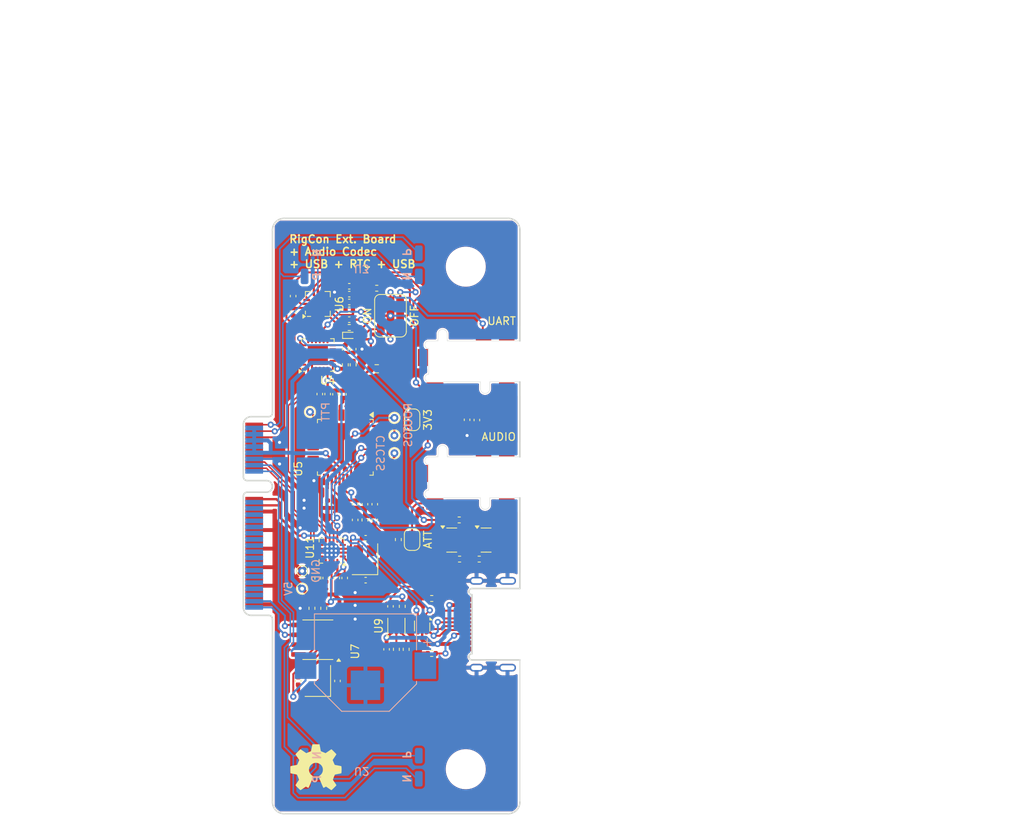
<source format=kicad_pcb>
(kicad_pcb (version 20240108) (generator "pcbnew") (generator_version "8.0")
  (title_block (title "uConsole expansion card template") (date "2024-07-10") (rev "0.1"))
  (layers (0 "F.Cu" signal) (31 "B.Cu" signal) (34 "B.Paste" user) (35 "F.Paste" user) (36 "B.SilkS" user "B.Silkscreen") (37 "F.SilkS" user "F.Silkscreen") (38 "B.Mask" user) (39 "F.Mask" user) (44 "Edge.Cuts" user))
  (net 0 "")
  (net 1 "/SPEAKER_LP")
  (net 2 "/SPEAKER_LN")
  (net 3 "/SPEAKER_RP")
  (net 4 "/SPEAKER_RN")
  (net 5 "/CAM1_DP3")
  (net 6 "/CAM1_DN3")
  (net 7 "/CAM1_DP2")
  (net 8 "/CAM1_DN2")
  (net 9 "/CAM1_CP")
  (net 10 "/CAM1_CN")
  (net 11 "/CAM1_DP1")
  (net 12 "/CAM1_DN1")
  (net 13 "/CAM1_DP0")
  (net 14 "/CAM1_DN0")
  (net 15 "+5V")
  (net 16 "GND")
  (net 17 "+3V3")
  (net 18 "/GPIO28")
  (net 19 "/GPIO29")
  (net 20 "/GPIO30")
  (net 21 "/GPIO31")
  (net 22 "/GPIO32")
  (net 23 "/GPIO33")
  (net 24 "/GPIO34")
  (net 25 "/GPIO35")
  (net 26 "/GPIO36")
  (net 27 "/GPIO37")
  (net 28 "/GPIO38")
  (net 29 "/GPIO39")
  (net 30 "/GPIO40")
  (net 31 "/GPIO41")
  (net 32 "/GPIO42")
  (net 33 "/GPIO43")
  (net 34 "/USB3_D-")
  (net 35 "/USB3_D+")
  (net 36 "/USB4_D-")
  (net 37 "/USB4_D+")
  (net 38 "~{RESET}")
  (net 39 "Net-(U11-XO)")
  (net 40 "Net-(U11-XI)")
  (net 41 "Net-(U6-V+)")
  (net 42 "Net-(U6-V-)")
  (net 43 "Net-(U6-C1-)")
  (net 44 "Net-(U6-C1+)")
  (net 45 "Net-(U6-C2-)")
  (net 46 "Net-(U6-C2+)")
  (net 47 "Net-(U5-DREG18)")
  (net 48 "Net-(U5-DREG33)")
  (net 49 "Net-(U5-AREG36)")
  (net 50 "Net-(U5-VREF)")
  (net 51 "Net-(U5-MICIN)")
  (net 52 "Net-(JP3-A)")
  (net 53 "Net-(U5-LOL)")
  (net 54 "Net-(U7-VBAT)")
  (net 55 "Net-(U7-OSCI)")
  (net 56 "Net-(D1-A)")
  (net 57 "Net-(D1-K)")
  (net 58 "Net-(JP1B-C)")
  (net 59 "Net-(JP1C-A)")
  (net 60 "Net-(JP1A-B)")
  (net 61 "Net-(JP1C-C)")
  (net 62 "Net-(JP1B-A)")
  (net 63 "Net-(JP1A-C)")
  (net 64 "Net-(JP2-B)")
  (net 65 "Net-(Q1-B)")
  (net 66 "Net-(Q1-C)")
  (net 67 "Net-(U4-VBUS)")
  (net 68 "/RIG_AFIN")
  (net 69 "/3V3_OUT")
  (net 70 "/RIG_RXD")
  (net 71 "/RIG_TXD")
  (net 72 "CODEC_P")
  (net 73 "RTS")
  (net 74 "/GPIO44_SDA0")
  (net 75 "Net-(U5-LOR)")
  (net 76 "/GPIO45_SCL0")
  (net 80 "UART_N")
  (net 82 "UART_P")
  (net 90 "/RIG_AFOUT")
  (net 91 "/RIG_PTT")
  (net 92 "/PTT")
  (net 93 "CODEC_N")
  (net 94 "/COS")
  (net 95 "/CTCSS")
  (net 96 "/~{RX_LED}")
  (net 97 "/~{TX_LED}")
  (net 120 "Net-(U7-OSCO)")
  (net 121 "EXT_P")
  (net 122 "EXT_N")
  (net 123 "/VBUS")
  (net 124 "Net-(J1-CC2)")
  (net 125 "Net-(J1-D+-PadA6)")
  (net 128 "Net-(J1-D--PadA7)")
  (net 129 "Net-(J1-CC1)")
  (net 130 "Net-(U9-Fault)")
  (net 131 "Net-(U9-EN)")
  (net 132 "Net-(U9-ILIM)")
  (net 137 "Net-(U11-PGANG)")
  (footprint "Package_SO:SOIC-8_3.9x4.9mm_P1.27mm" (layer "F.Cu") (at 91.364 116.002 180)
    (property "Reference" "U7")
    (property "Value" "PCF8523T")
  )
  (footprint "Diode_SMD:D_SOD-923" (layer "F.Cu") (at 95.428 76.632)
    (property "Reference" "D1" (hide yes))
    (property "Value" "GS2005ELD" (hide yes))
  )
  (footprint "Resistor_SMD:R_0402_1005Metric" (layer "F.Cu") (at 109.7005 105.5755 180)
    (property "Reference" "R17" (hide yes))
    (property "Value" "12K" (hide yes))
  )
  (footprint "Resistor_SMD:R_0402_1005Metric" (layer "F.Cu") (at 97.46 100.508 90)
    (property "Reference" "R16" (hide yes))
    (property "Value" "12K" (hide yes))
  )
  (footprint "Resistor_SMD:R_0402_1005Metric" (layer "F.Cu") (at 106.096 110.668 180)
    (property "Reference" "R23" (hide yes))
    (property "Value" "56k" (hide yes))
  )
  (footprint "footprints:TP" (layer "F.Cu") (at 101.27 89.586)
    (property "Reference" "TP4" (hide yes))
    (property "Value" "COS")
  )
  (footprint "Capacitor_SMD:C_0402_1005Metric" (layer "F.Cu") (at 94.837 108.017 -90)
    (property "Reference" "C12" (hide yes))
    (property "Value" "100nF" (hide yes))
  )
  (footprint "Resistor_SMD:R_0402_1005Metric" (layer "F.Cu") (at 92.126 111.938 -90)
    (property "Reference" "R20" (hide yes))
    (property "Value" "DNP" (hide yes))
  )
  (footprint "Resistor_SMD:R_0402_1005Metric" (layer "F.Cu") (at 109.652 100.508)
    (property "Reference" "R15" (hide yes))
    (property "Value" "12K" (hide yes))
  )
  (footprint "Capacitor_SMD:C_0402_1005Metric" (layer "F.Cu") (at 95.428 70.282)
    (property "Reference" "C11" (hide yes))
    (property "Value" "100nF" (hide yes))
  )
  (footprint "Capacitor_SMD:C_0402_1005Metric" (layer "F.Cu") (at 100.762 111.684 -90)
    (property "Reference" "C27" (hide yes))
    (property "Value" "100nF" (hide yes))
  )
  (footprint "Capacitor_SMD:C_0402_1005Metric" (layer "F.Cu") (at 92.634 98.476 -90)
    (property "Reference" "C20" (hide yes))
    (property "Value" "10uF" (hide yes))
  )
  (footprint "footprints:TP" (layer "F.Cu") (at 90.348 86.538)
    (property "Reference" "TP3" (hide yes))
    (property "Value" "PTT")
  )
  (footprint "Resistor_SMD:R_0402_1005Metric" (layer "F.Cu") (at 91.364 108.017 -90)
    (property "Reference" "R6" (hide yes))
    (property "Value" "10k" (hide yes))
  )
  (footprint "Capacitor_SMD:C_0402_1005Metric" (layer "F.Cu") (at 100.254 117.244 -90)
    (property "Reference" "C28" (hide yes))
    (property "Value" "100uF" (hide yes))
  )
  (footprint "Capacitor_SMD:C_0402_1005Metric" (layer "F.Cu") (at 94.666 84.252 90)
    (property "Reference" "C15" (hide yes))
    (property "Value" "1uF" (hide yes))
  )
  (footprint "Capacitor_SMD:C_0402_1005Metric" (layer "F.Cu") (at 95.428 73.33 180)
    (property "Reference" "C5" (hide yes))
    (property "Value" "100nF" (hide yes))
  )
  (footprint "Capacitor_SMD:C_0402_1005Metric" (layer "F.Cu") (at 95.428 71.298 180)
    (property "Reference" "C8" (hide yes))
    (property "Value" "100nF" (hide yes))
  )
  (footprint "Capacitor_SMD:C_0402_1005Metric" (layer "F.Cu") (at 91.618 84.224 -90)
    (property "Reference" "C1" (hide yes))
    (property "Value" "10uF" (hide yes))
  )
  (footprint "Package_DFN_QFN:QFN-16-1EP_3x3mm_P0.5mm_EP1.7x1.7mm_ThermalVias" (layer "F.Cu") (at 93.142 104.489 180)
    (property "Reference" "U11")
    (property "Value" "CH334P")
  )
  (footprint "Capacitor_SMD:C_0402_1005Metric" (layer "F.Cu") (at 93.821 108.017 -90)
    (property "Reference" "C9" (hide yes))
    (property "Value" "10uF" (hide yes))
  )
  (footprint "Capacitor_SMD:C_0402_1005Metric" (layer "F.Cu") (at 97.548 108.298 180)
    (property "Reference" "C6" (hide yes))
    (property "Value" "27pF" (hide yes))
  )
  (footprint "Crystal:Crystal_SMD_3225-4Pin_3.2x2.5mm" (layer "F.Cu") (at 91.364 121.336 90)
    (property "Reference" "Y3" (hide yes))
    (property "Value" "32,768 kHz" (hide yes))
  )
  (footprint "Capacitor_SMD:C_0402_1005Metric" (layer "F.Cu") (at 95.428 72.314 180)
    (property "Reference" "C3" (hide yes))
    (property "Value" "10uF" (hide yes))
  )
  (footprint "footprints:TP" (layer "F.Cu") (at 89.332 107.112)
    (property "Reference" "TP6" (hide yes))
    (property "Value" "GND")
  )
  (footprint "Package_DFN_QFN:QFN-12-1EP_3x3mm_P0.51mm_EP1.45x1.45mm" (layer "F.Cu") (at 91.364 72.568 90)
    (property "Reference" "U6")
    (property "Value" "ADM3101E")
  )
  (footprint "Resistor_SMD:R_0402_1005Metric" (layer "F.Cu") (at 106.096 117.78 180)
    (property "Reference" "R24" (hide yes))
    (property "Value" "56k" (hide yes))
  )
  (footprint "Capacitor_SMD:C_0402_1005Metric" (layer "F.Cu") (at 93.65 84.252 90)
    (property "Reference" "C16" (hide yes))
    (property "Value" "100nF" (hide yes))
  )
  (footprint "Capacitor_SMD:C_0402_1005Metric" (layer "F.Cu") (at 97.46 98.476 -90)
    (property "Reference" "C19" (hide yes))
    (property "Value" "100nF" (hide yes))
  )
  (footprint "Capacitor_SMD:C_0402_1005Metric" (layer "F.Cu") (at 98.73 98.476 -90)
    (property "Reference" "C17" (hide yes))
    (property "Value" "100nF" (hide yes))
  )
  (footprint "Symbol:OSHW-Symbol_6.7x6mm_SilkScreen" (layer "F.Cu") (at 91.11 132.512)
    (property "Reference" "L1" (hide yes))
    (property "Value" "~" (hide yes))
  )
  (footprint "Capacitor_SMD:C_0402_1005Metric" (layer "F.Cu") (at 97.548 102.878)
    (property "Reference" "C7" (hide yes))
    (property "Value" "27pF" (hide yes))
  )
  (footprint "Capacitor_SMD:C_0402_1005Metric" (layer "F.Cu") (at 88.168 73.584 90)
    (property "Reference" "C13" (hide yes))
    (property "Value" "100nF" (hide yes))
  )
  (footprint "Resistor_SMD:R_0402_1005Metric" (layer "F.Cu") (at 98.984 70.536 180)
    (property "Reference" "R11" (hide yes))
    (property "Value" "33" (hide yes))
  )
  (footprint "uconsole:USB-4520-03-X-A" (layer "F.Cu") (at 117.5 114 90)
    (property "Reference" "J1" (hide yes))
    (property "Value" "USB_C_Receptacle_USB2.0_16P" (hide yes))
    (fp_line (start 4.62 -6.2) (end 4.62 0) (stroke (width 0.2)) (layer "Edge.Cuts"))
    (fp_line (start -3.82 -6.2) (end 3.82 -6.2) (stroke (width 0.2)) (layer "Edge.Cuts"))
    (fp_line (start -4.62 0) (end -4.62 -6.2) (stroke (width 0.2)) (layer "Edge.Cuts"))
    (fp_arc (start 3.82 -6.2) (mid 4.22 -6.6) (end 4.62 -6.2) (stroke (width 0.2)) (layer "Edge.Cuts"))
    (fp_arc (start -4.62 -6.2) (mid -4.22 -6.6) (end -3.82 -6.2) (stroke (width 0.2)) (layer "Edge.Cuts"))
  )
  (footprint "Resistor_SMD:R_0402_1005Metric" (layer "F.Cu") (at 102.286 111.684 -90)
    (property "Reference" "R5" (hide yes))
    (property "Value" "100k" (hide yes))
  )
  (footprint "Package_TO_SOT_SMD:SOT-666" (layer "F.Cu") (at 104.8555 114.224 -90)
    (property "Reference" "U10" (hide yes))
    (property "Value" "USBLC6-2P6")
  )
  (footprint "Capacitor_SMD:C_0402_1005Metric" (layer "F.Cu") (at 111.938 87.582 90)
    (property "Reference" "C24" (hide yes))
    (property "Value" "27pF" (hide yes))
  )
  (footprint "Capacitor_SMD:C_0402_1005Metric" (layer "F.Cu") (at 110.668 87.554 90)
    (property "Reference" "C22" (hide yes))
    (property "Value" "10uF" (hide yes))
  )
  (footprint "Capacitor_SMD:C_0402_1005Metric" (layer "F.Cu") (at 92.634 84.224 -90)
    (property "Reference" "C2" (hide yes))
    (property "Value" "100nF" (hide yes))
  )
  (footprint "Capacitor_SMD:C_0402_1005Metric" (layer "F.Cu") (at 93.904 121.336 90)
    (property "Reference" "C25" (hide yes))
    (property "Value" "10pF" (hide yes))
  )
  (footprint "Package_SON:WSON-6-1EP_2x2mm_P0.65mm_EP1x1.6mm" (layer "F.Cu") (at 101.524 114.224 90)
    (property "Reference" "U9")
    (property "Value" "TPS2553")
  )
  (footprint "uconsole:edge-minipcie" (layer "F.Cu") (at 83.625 100 180)
    (property "Reference" "U1" (hide yes))
    (property "Value" "UC EXPANSION")
  )
  (footprint "uconsole:SJ2-25774x-SMT" (layer "F.Cu") (at 117.5 80 180)
    (property "Reference" "J2" (hide yes))
    (property "Value" "PJ-320A" (hide yes))
    (fp_line (start 11.8 -1.65) (end 11.8 1.65) (stroke (width 0.05)) (layer "Edge.Cuts"))
    (fp_line (start 10.6 3.55) (end 10.6 2.65) (stroke (width 0.05)) (layer "Edge.Cuts"))
    (fp_line (start 10.6 2.65) (end 11.8 2.65) (stroke (width 0.05)) (layer "Edge.Cuts"))
    (fp_line (start 9.4 2.65) (end 9.4 3.55) (stroke (width 0.05)) (layer "Edge.Cuts"))
    (fp_line (start 5.1 -2.65) (end 11.8 -2.65) (stroke (width 0.05)) (layer "Edge.Cuts"))
    (fp_line (start 5.1 -3.55) (end 5.1 -2.65) (stroke (width 0.05)) (layer "Edge.Cuts"))
    (fp_line (start 3.9 -2.65) (end 3.9 -3.55) (stroke (width 0.05)) (layer "Edge.Cuts"))
    (fp_line (start 0 2.65) (end 9.4 2.65) (stroke (width 0.05)) (layer "Edge.Cuts"))
    (fp_line (start 0 -2.65) (end 3.9 -2.65) (stroke (width 0.05)) (layer "Edge.Cuts"))
    (fp_arc (start 11.8 1.65) (mid 12.3 2.15) (end 11.8 2.65) (stroke (width 0.05)) (layer "Edge.Cuts"))
    (fp_arc (start 11.8 -2.65) (mid 12.3 -2.15) (end 11.8 -1.65) (stroke (width 0.05)) (layer "Edge.Cuts"))
    (fp_arc (start 10.6 3.55) (mid 10 4.15) (end 9.4 3.55) (stroke (width 0.05)) (layer "Edge.Cuts"))
    (fp_arc (start 3.9 -3.55) (mid 4.5 -4.15) (end 5.1 -3.55) (stroke (width 0.05)) (layer "Edge.Cuts"))
  )
  (footprint "Resistor_SMD:R_0402_1005Metric" (layer "F.Cu") (at 102.794 117.244 90)
    (property "Reference" "R3" (hide yes))
    (property "Value" "100k" (hide yes))
  )
  (footprint "footprints:TP" (layer "F.Cu") (at 101.27 87.3)
    (property "Reference" "TP2" (hide yes))
    (property "Value" "ROUT")
  )
  (footprint "Package_QFP:LQFP-48_7x7mm_P0.5mm" (layer "F.Cu") (at 94.92 91.11 -90)
    (property "Reference" "U5")
    (property "Value" "CM108B")
  )
  (footprint "Resistor_SMD:R_0603_1608Metric" (layer "F.Cu") (at 98.984 80.95)
    (property "Reference" "TH1" (hide yes))
    (property "Value" "0.02A" (hide yes))
  )
  (footprint "Resistor_SMD:R_0402_1005Metric" (layer "F.Cu") (at 101.778 103.048 -90)
    (property "Reference" "R19" (hide yes))
    (property "Value" "100K" (hide yes))
  )
  (footprint "Resistor_SMD:R_0402_1005Metric" (layer "F.Cu") (at 90.602 111.938 -90)
    (property "Reference" "R21" (hide yes))
    (property "Value" "DNP" (hide yes))
  )
  (footprint "Resistor_SMD:R_0402_1005Metric" (layer "F.Cu") (at 95.428 75.616 180)
    (property "Reference" "R12" (hide yes))
    (property "Value" "33" (hide yes))
  )
  (footprint "footprints:TP" (layer "F.Cu") (at 101.27 91.872)
    (property "Reference" "TP5" (hide yes))
    (property "Value" "CTCSS")
  )
  (footprint "Capacitor_SMD:C_0402_1005Metric" (layer "F.Cu") (at 98.73 100.508 90)
    (property "Reference" "C23" (hide yes))
    (property "Value" "27pF" (hide yes))
  )
  (footprint "footprints:TP" (layer "F.Cu") (at 89.332 109.398)
    (property "Reference" "TP1" (hide yes))
    (property "Value" "5V")
  )
  (footprint "Resistor_SMD:R_0402_1005Metric" (layer "F.Cu") (at 101.524 117.244 -90)
    (property "Reference" "R22" (hide yes))
    (property "Value" "100k" (hide yes))
  )
  (footprint "MountingHole:MountingHole_5mm" (layer "F.Cu") (at 110.5 132.75 180)
    (property "Reference" "H1" (hide yes))
    (property "Value" "MountingHole")
  )
  (footprint "Capacitor_SMD:C_0402_1005Metric" (layer "F.Cu") (at 88.168 71.552 90)
    (property "Reference" "C14" (hide yes))
    (property "Value" "100nF" (hide yes))
  )
  (footprint "Crystal:Crystal_SMD_3225-4Pin_3.2x2.5mm" (layer "F.Cu") (at 97.46 105.588 90)
    (property "Reference" "Y1" (hide yes))
    (property "Value" "12MHz" (hide yes))
  )
  (footprint "uconsole:SJ2-25774x-SMT" (layer "F.Cu") (at 117.5 95 180)
    (property "Reference" "J3" (hide yes))
    (property "Value" "PJ-320A" (hide yes))
    (fp_line (start 11.8 -1.65) (end 11.8 1.65) (stroke (width 0.05)) (layer "Edge.Cuts"))
    (fp_line (start 10.6 3.55) (end 10.6 2.65) (stroke (width 0.05)) (layer "Edge.Cuts"))
    (fp_line (start 10.6 2.65) (end 11.8 2.65) (stroke (width 0.05)) (layer "Edge.Cuts"))
    (fp_line (start 9.4 2.65) (end 9.4 3.55) (stroke (width 0.05)) (layer "Edge.Cuts"))
    (fp_line (start 5.1 -2.65) (end 11.8 -2.65) (stroke (width 0.05)) (layer "Edge.Cuts"))
    (fp_line (start 5.1 -3.55) (end 5.1 -2.65) (stroke (width 0.05)) (layer "Edge.Cuts"))
    (fp_line (start 3.9 -2.65) (end 3.9 -3.55) (stroke (width 0.05)) (layer "Edge.Cuts"))
    (fp_line (start 0 2.65) (end 9.4 2.65) (stroke (width 0.05)) (layer "Edge.Cuts"))
    (fp_line (start 0 -2.65) (end 3.9 -2.65) (stroke (width 0.05)) (layer "Edge.Cuts"))
    (fp_arc (start 11.8 1.65) (mid 12.3 2.15) (end 11.8 2.65) (stroke (width 0.05)) (layer "Edge.Cuts"))
    (fp_arc (start 11.8 -2.65) (mid 12.3 -2.15) (end 11.8 -1.65) (stroke (width 0.05)) (layer "Edge.Cuts"))
    (fp_arc (start 10.6 3.55) (mid 10 4.15) (end 9.4 3.55) (stroke (width 0.05)) (layer "Edge.Cuts"))
    (fp_arc (start 3.9 -3.55) (mid 4.5 -4.15) (end 5.1 -3.55) (stroke (width 0.05)) (layer "Edge.Cuts"))
  )
  (footprint "Package_TO_SOT_SMD:SOT-23" (layer "F.Cu") (at 108.6845 103.114)
    (property "Reference" "Q1" (hide yes))
    (property "Value" "MMBT5551L" (hide yes))
  )
  (footprint "Capacitor_SMD:C_0402_1005Metric" (layer "F.Cu") (at 95.428 74.6 180)
    (property "Reference" "C10" (hide yes))
    (property "Value" "100nF" (hide yes))
  )
  (footprint "Package_DFN_QFN:QFN-24-1EP_4x4mm_P0.5mm_EP2.6x2.6mm" (layer "F.Cu") (at 91.364 79.172 90)
    (property "Reference" "U4")
    (property "Value" "CP2102N-A02-GQFN24")
  )
  (footprint "Resistor_SMD:R_0402_1005Metric" (layer "F.Cu") (at 95.936 80.442 90)
    (property "Reference" "R2" (hide yes))
    (property "Value" "27K" (hide yes))
  )
  (footprint "Package_TO_SOT_SMD:SOT-23" (layer "F.Cu") (at 113.1295 103.114)
    (property "Reference" "Q2" (hide yes))
    (property "Value" "MMBT5551L" (hide yes))
  )
  (footprint "Capacitor_SMD:C_0402_1005Metric" (layer "F.Cu") (at 95.936 78.41 90)
    (property "Reference" "C4" (hide yes))
    (property "Value" "100nF" (hide yes))
  )
  (footprint "Resistor_SMD:R_0402_1005Metric" (layer "F.Cu") (at 112.2405 105.5755 180)
    (property "Reference" "R18" (hide yes))
    (property "Value" "100K" (hide yes))
  )
  (footprint "Resistor_SMD:R_0402_1005Metric" (layer "F.Cu") (at 94.92 80.442 -90)
    (property "Reference" "R1" (hide yes))
    (property "Value" "12K" (hide yes))
  )
  (footprint "Capacitor_SMD:C_0402_1005Metric" (layer "F.Cu") (at 88.824 121.336 -90)
    (property "Reference" "C26" (hide yes))
    (property "Value" "10pF" (hide yes))
  )
  (footprint "Resistor_SMD:R_0402_1005Metric" (layer "F.Cu") (at 94.92 78.41 90)
    (property "Reference" "R4" (hide yes))
    (property "Value" "100K" (hide yes))
  )
  (footprint "Capacitor_SMD:C_0402_1005Metric" (layer "F.Cu") (at 92.38 108.017 -90)
    (property "Reference" "C29" (hide yes))
    (property "Value" "1uF" (hide yes))
  )
  (footprint "MountingHole:MountingHole_5mm" (layer "F.Cu") (at 110.5 67.75 180)
    (property "Reference" "H2" (hide yes))
    (property "Value" "MountingHole")
  )
  (footprint "Capacitor_SMD:C_0402_1005Metric" (layer "F.Cu") (at 96.19 98.476 -90)
    (property "Reference" "C18" (hide yes))
    (property "Value" "10uF" (hide yes))
  )
  (footprint "Capacitor_SMD:C_0402_1005Metric" (layer "F.Cu") (at 96.19 100.508 90)
    (property "Reference" "C21" (hide yes))
    (property "Value" "10uF" (hide yes))
  )
  (footprint "uconsole:speaker pads" (layer "B.Cu") (at 97.035 67.5)
    (property "Reference" "U3")
    (property "Value" "Speaker")
  )
  (footprint "footprints:SolderJumper9-BCu" (layer "B.Cu") (at 100.762 74.092)
    (property "Reference" "JP1" (hide yes))
    (property "Value" "RS232" (hide yes))
  )
  (footprint "BK_940:MPD_BK-940" (layer "B.Cu") (at 97.52625 119.35495)
    (property "Reference" "BT1" (hide yes))
    (property "Value" "BK-940")
  )
  (footprint "footprints:SolderJumper-BCu-Bridged" (layer "B.Cu") (at 103.556 103.048 90)
    (property "Reference" "JP3")
    (property "Value" "ATT")
  )
  (footprint "uconsole:speaker pads" (layer "B.Cu") (at 97.035 132.5)
    (property "Reference" "U2")
    (property "Value" "Speaker")
  )
  (footprint "footprints:SolderJumper2-BCu" (layer "B.Cu") (at 103.556 87.554 90)
    (property "Reference" "JP2")
    (property "Value" "3V3")
  )
  (gr_line (start 104.06 131.365) (end 104.695 131.365) (stroke (width 0.2)) (layer "B.Cu") (net 3))
  (gr_line (start 117.5 92.35) (end 117.5 82.65) (stroke (width 0.2)) (layer "Edge.Cuts"))
  (gr_arc (start 82.73 112.85) (mid 82.022893 112.557107) (end 81.73 111.85) (stroke (width 0.2)) (layer "Edge.Cuts"))
  (gr_line (start 116 138.5) (end 87 138.5) (stroke (width 0.2)) (layer "Edge.Cuts"))
  (gr_arc (start 116 61.5) (mid 117.06066 61.93934) (end 117.5 63) (stroke (width 0.2)) (layer "Edge.Cuts"))
  (gr_arc (start 81.73 88.15) (mid 82.022893 87.442893) (end 82.73 87.15) (stroke (width 0.2)) (layer "Edge.Cuts"))
  (gr_line (start 82.73 87.15) (end 85 87.15) (stroke (width 0.2)) (layer "Edge.Cuts"))
  (gr_line (start 85.5 137) (end 85.5 113.35) (stroke (width 0.2)) (layer "Edge.Cuts"))
  (gr_line (start 117.5 118.62) (end 117.5 137) (stroke (width 0.1)) (layer "Edge.Cuts"))
  (gr_line (start 85.5 86.65) (end 85.5 63) (stroke (width 0.2)) (layer "Edge.Cuts"))
  (gr_line (start 81.73 111.85) (end 81.73 97.42) (stroke (width 0.2)) (layer "Edge.Cuts"))
  (gr_line (start 117.5 97.65) (end 117.5 109.38) (stroke (width 0.2)) (layer "Edge.Cuts"))
  (gr_line (start 87 61.5) (end 116 61.5) (stroke (width 0.2)) (layer "Edge.Cuts"))
  (gr_arc (start 81.73 97.42) (mid 81.876447 97.066447) (end 82.23 96.92) (stroke (width 0.2)) (layer "Edge.Cuts"))
  (gr_arc (start 84.73 95.42) (mid 85.48 96.17) (end 84.73 96.92) (stroke (width 0.2)) (layer "Edge.Cuts"))
  (gr_arc (start 85.5 86.65) (mid 85.353553 87.003553) (end 85 87.15) (stroke (width 0.2)) (layer "Edge.Cuts"))
  (gr_line (start 84.73 96.92) (end 82.23 96.92) (stroke (width 0.2)) (layer "Edge.Cuts"))
  (gr_line (start 117.5 77.35) (end 117.5 63) (stroke (width 0.2)) (layer "Edge.Cuts"))
  (gr_arc (start 82.23 95.42) (mid 81.876447 95.273553) (end 81.73 94.92) (stroke (width 0.2)) (layer "Edge.Cuts"))
  (gr_arc (start 85.5 63) (mid 85.93934 61.93934) (end 87 61.5) (stroke (width 0.2)) (layer "Edge.Cuts"))
  (gr_line (start 81.73 94.92) (end 81.73 88.15) (stroke (width 0.2)) (layer "Edge.Cuts"))
  (gr_arc (start 85 112.85) (mid 85.353553 112.996447) (end 85.5 113.35) (stroke (width 0.2)) (layer "Edge.Cuts"))
  (gr_line (start 85 112.85) (end 82.73 112.85) (stroke (width 0.2)) (layer "Edge.Cuts"))
  (gr_line (start 82.23 95.42) (end 84.73 95.42) (stroke (width 0.2)) (layer "Edge.Cuts"))
  (gr_arc (start 87 138.5) (mid 85.93934 138.06066) (end 85.5 137) (stroke (width 0.2)) (layer "Edge.Cuts"))
  (gr_arc (start 117.5 137) (mid 117.06066 138.06066) (end 116 138.5) (stroke (width 0.2)) (layer "Edge.Cuts"))
  (gr_text "RigCon Ext. Board\n+ Audio Codec \n+ USB + RTC + USB" (at 87.554 67.996 0) (layer "F.SilkS") (effects (font (size 1 1) (thickness 0.2) (bold yes)) (justify left bottom)))
  (gr_text "UART" (at 113.208 75.362 0) (layer "F.SilkS") (effects (font (size 1 1) (thickness 0.153)) (justify left bottom)))
  (gr_text "AUDIO" (at 112.446 90.348 0) (layer "F.SilkS") (effects (font (size 1 1) (thickness 0.153)) (justify left bottom)))
  (segment (start 83.161 88.189) (end 83.13 88.22) (width 0.2) (layer "F.Cu") (net 1))
  (segment (start 85.268 88.189) (end 83.161 88.189) (width 0.2) (layer "F.Cu") (net 1))
  (via (at 85.268 88.189) (size 0.8) (drill 0.4) (layers "F.Cu" "B.Cu") (net 1))
  (segment (start 86.117049 88.189) (end 86.438 87.868049) (width 0.2) (layer "B.Cu") (net 1))
  (segment (start 86.438 65.429) (end 87.935 63.932) (width 0.2) (layer "B.Cu") (net 1))
  (segment (start 85.268 88.189) (end 86.117049 88.189) (width 0.2) (layer "B.Cu") (net 1))
  (segment (start 102.352 63.932) (end 104.42 66) (width 0.2) (layer "B.Cu") (net 1))
  (segment (start 87.935 63.932) (end 102.352 63.932) (width 0.2) (layer "B.Cu") (net 1))
  (segment (start 86.438 87.868049) (end 86.438 68.504) (width 0.2) (layer "B.Cu") (net 1))
  (segment (start 89.65 69) (end 86.934 69) (width 0.2) (layer "B.Cu") (net 1))
  (segment (start 89.4 69) (end 89.65 69.25) (width 0.2) (layer "B.Cu") (net 1))
  (segment (start 86.438 68.504) (end 86.438 65.429) (width 0.2) (layer "B.Cu") (net 1))
  (segment (start 86.934 69) (end 86.438 68.504) (width 0.2) (layer "B.Cu") (net 1))
  (segment (start 85.767368 89.02) (end 83.13 89.02) (width 0.2) (layer "F.Cu") (net 2))
  (segment (start 85.789576 89.042208) (end 85.767368 89.02) (width 0.2) (layer "F.Cu") (net 2))
  (via (at 85.789576 89.042208) (size 0.8) (drill 0.4) (layers "F.Cu" "B.Cu") (net 2))
  (segment (start 91.364 70.536) (end 91.364 66) (width 0.2) (layer "B.Cu") (net 2))
  (segment (start 89.3 66.25) (end 89.65 66.25) (width 0.2) (layer "B.Cu") (net 2))
  (segment (start 90.856 66) (end 89.65 66) (width 0.2) (layer "B.Cu") (net 2))
  (segment (start 85.789576 89.042208) (end 86.065792 89.042208) (width 0.2) (layer "B.Cu") (net 2))
  (segment (start 104.42 69) (end 102.02 69) (width 0.2) (layer "B.Cu") (net 2))
  (segment (start 99.02 66) (end 90.856 66) (width 0.2) (layer "B.Cu") (net 2))
  (segment (start 91.364 66) (end 90.856 66) (width 0.2) (layer "B.Cu") (net 2))
  (segment (start 86.838 75.062) (end 91.364 70.536) (width 0.2) (layer "B.Cu") (net 2))
  (segment (start 86.065792 89.042208) (end 86.838 88.27) (width 0.2) (layer "B.Cu") (net 2))
  (segment (start 86.838 88.27) (end 86.838 75.062) (width 0.2) (layer "B.Cu") (net 2))
  (segment (start 102.02 69) (end 99.02 66) (width 0.2) (layer "B.Cu") (net 2))
  (segment (start 88.208 116.421686) (end 87.446 117.183686) (width 0.2) (layer "B.Cu") (net 3))
  (segment (start 87.446 117.183686) (end 87.446 126.054) (width 0.2) (layer "B.Cu") (net 3))
  (segment (start 87.446 126.054) (end 91.11 129.718) (width 0.2) (layer "B.Cu") (net 3))
  (segment (start 86.684 110.917274) (end 88.208 112.441274) (width 0.2) (layer "B.Cu") (net 3))
  (segment (start 88.208 112.441274) (end 88.208 116.421686) (width 0.2) (layer "B.Cu") (net 3))
  (segment (start 91.11 129.718) (end 91.11 132.54) (width 0.2) (layer "B.Cu") (net 3))
  (segment (start 89.65 134) (end 95.464 134) (width 0.2) (layer "B.Cu") (net 3))
  (segment (start 86.684 94.818314) (end 86.684 110.917274) (width 0.2) (layer "B.Cu") (net 3))
  (segment (start 98.464 131) (end 104.42 131) (width 0.2) (layer "B.Cu") (net 3))
  (segment (start 95.464 134) (end 98.464 131) (width 0.2) (layer "B.Cu") (net 3))
  (segment (start 91.11 132.54) (end 89.65 134) (width 0.2) (layer "B.Cu") (net 3))
  (segment (start 85.285686 93.42) (end 86.684 94.818314) (width 0.2) (layer "B.Cu") (net 3))
  (segment (start 83.13 93.42) (end 85.285686 93.42) (width 0.2) (layer "B.Cu") (net 3))
  (segment (start 86.284 111.08296) (end 87.808 112.60696) (width 0.2) (layer "B.Cu") (net 4))
  (segment (start 87.808 116.256) (end 87.046 117.018) (width 0.2) (layer "B.Cu") (net 4))
  (segment (start 88.185 130.988) (end 88.185 135.81) (width 0.2) (layer "B.Cu") (net 4))
  (segment (start 83.13 94.22) (end 85.52 94.22) (width 0.2) (layer "B.Cu") (net 4))
  (segment (start 94.87 136.445) (end 98.68 132.635) (width 0.2) (layer "B.Cu") (net 4))
  (segment (start 87.046 117.018) (end 87.046 129.849) (width 0.2) (layer "B.Cu") (net 4))
  (segment (start 89.65 131) (end 88.197 131) (width 0.2) (layer "B.Cu") (net 4))
  (segment (start 102.805 132.635) (end 104.42 134.25) (width 0.2) (layer "B.Cu") (net 4))
  (segment (start 88.82 136.445) (end 94.87 136.445) (width 0.2) (layer "B.Cu") (net 4))
  (segment (start 87.046 129.849) (end 88.185 130.988) (width 0.2) (layer "B.Cu") (net 4))
  (segment (start 86.284 94.984) (end 86.284 111.08296) (width 0.2) (layer "B.Cu") (net 4))
  (segment (start 85.52 94.22) (end 86.284 94.984) (width 0.2) (layer "B.Cu") (net 4))
  (segment (start 98.68 132.635) (end 102.805 132.635) (width 0.2) (layer "B.Cu") (net 4))
  (segment (start 87.808 112.60696) (end 87.808 116.256) (width 0.2) (layer "B.Cu") (net 4))
  (segment (start 88.185 135.81) (end 88.82 136.445) (width 0.2) (layer "B.Cu") (net 4))
  (segment (start 88.197 131) (end 88.185 130.988) (width 0.2) (layer "B.Cu") (net 4))
  (segment (start 109.1905 107.0655) (end 107.112 109.144) (width 0.25) (layer "F.Cu") (net 15))
  (segment (start 100.874 113.3365) (end 99.65 113.3365) (width 0.35) (layer "F.Cu") (net 15))
  (segment (start 91.364 116.635604) (end 91.364 114.478) (width 0.25) (layer "F.Cu") (net 15))
  (segment (start 92.38 107.537) (end 92.717 107.537) (width 0.25) (layer "F.Cu") (net 15))
  (segment (start 88.889 117.907) (end 89.446684 117.907) (width 0.5) (layer "F.Cu") (net 15))
  (segment (start 93.3015 80.422) (end 93.3015 80.952) (width 0.25) (layer "F.Cu") (net 15))
  (segment (start 93.3015 80.952) (end 94.92 80.952) (width 0.25) (layer "F.Cu") (net 15))
  (segment (start 99.65 113.3365) (end 99.5215 113.208) (width 0.25) (layer "F.Cu") (net 15))
  (segment (start 93.392 106.74451) (end 93.392 105.939) (width 0.25) (layer "F.Cu") (net 15))
  (segment (start 94.158 111.494896) (end 94.158 110.819918) (width 0.5) (layer "F.Cu") (net 15))
  (segment (start 90.09 110.156) (end 89.332 109.398) (width 0.5) (layer "F.Cu") (net 15))
  (segment (start 93.494082 110.156) (end 93.142 110.156) (width 0.5) (layer "F.Cu") (net 15))
  (segment (start 109.1905 105.5755) (end 109.1905 107.0655) (width 0.25) (layer "F.Cu") (net 15))
  (segment (start 99.5215 113.4325) (end 98.476 114.478) (width 0.5) (layer "F.Cu") (net 15))
  (segment (start 94.158 110.819918) (end 93.494082 110.156) (width 0.5) (layer "F.Cu") (net 15))
  (segment (start 99.5215 111.9085) (end 100.226 111.204) (width 0.25) (layer "F.Cu") (net 15))
  (segment (start 93.142 107.537) (end 93.142 106.99451) (width 0.25) (layer "F.Cu") (net 15))
  (segment (start 92.717 107.537) (end 93.142 107.537) (width 0.25) (layer "F.Cu") (net 15))
  (segment (start 102.794 118.034) (end 102.794 117.754) (width 0.5) (layer "F.Cu") (net 15))
  (segment (start 92.38 91.910611) (end 94.17 93.700611) (width 0.25) (layer "F.Cu") (net 15))
  (segment (start 94.17 93.700611) (end 94.17 95.2725) (width 0.25) (layer "F.Cu") (net 15))
  (segment (start 94.158 111.494896) (end 95.109104 112.446) (width 0.5) (layer "F.Cu") (net 15))
  (segment (start 100.226 111.204) (end 100.762 111.204) (width 0.25) (layer "F.Cu") (net 15))
  (segment (start 97.17 96.734) (end 97.17 95.2725) (width 0.25) (layer "F.Cu") (net 15))
  (segment (start 96.952 97.488) (end 97.46 97.996) (width 0.5) (layer "F.Cu") (net 15))
  (segment (start 93.902 80.952) (end 94.92 80.952) (width 0.5) (layer "F.Cu") (net 15))
  (segment (start 98.476 117.848582) (end 99.229418 118.602) (width 0.5) (layer "F.Cu") (net 15))
  (segment (start 102.226 118.602) (end 102.794 118.034) (width 0.5) (layer "F.Cu") (net 15))
  (segment (start 93.142 107.537) (end 93.142 110.156) (width 0.25) (layer "F.Cu") (net 15))
  (segment (start 96.952 96.952) (end 96.952 97.488) (width 0.5) (layer "F.Cu") (net 15))
  (segment (start 100.762 110.668) (end 100.762 111.204) (width 0.25) (layer "F.Cu") (net 15))
  (segment (start 92.38 91.872) (end 92.38 91.910611) (width 0.25) (layer "F.Cu") (net 15))
  (segment (start 96.67 96.67) (end 96.67 95.2725) (width 0.25) (layer "F.Cu") (net 15))
  (segment (start 93.142 110.156) (end 90.09 110.156) (width 0.5) (layer "F.Cu") (net 15))
  (segment (start 99.5215 112.7) (end 99.5215 113.4325) (width 0.5) (layer "F.Cu") (net 15))
  (segment (start 90.092604 117.907) (end 91.364 116.635604) (width 0.25) (layer "F.Cu") (net 15))
  (segment (start 98.476 114.478) (end 98.476 117.848582) (width 0.5) (layer "F.Cu") (net 15))
  (segment (start 102.286 109.144) (end 100.762 110.668) (width 0.25) (layer "F.Cu") (net 15))
  (segment (start 99.5215 113.208) (end 99.5215 112.7) (width 0.25) (layer "F.Cu") (net 15))
  (segment (start 89.446684 117.907) (end 90.092604 117.907) (width 0.25) (layer "F.Cu") (net 15))
  (segment (start 96.952 96.952) (end 97.17 96.734) (width 0.25) (layer "F.Cu") (net 15))
  (segment (start 94.158 111.684) (end 94.158 111.494896) (width 0.5) (layer "F.Cu") (net 15))
  (segment (start 107.112 109.144) (end 102.286 109.144) (width 0.25) (layer "F.Cu") (net 15))
  (segment (start 99.2675 112.446) (end 99.5215 112.7) (width 0.5) (layer "F.Cu") (net 15))
  (segment (start 95.456 97.996) (end 94.17 96.71) (width 0.25) (layer "F.Cu") (net 15))
  (segment (start 93.142 106.99451) (end 93.392 106.74451) (width 0.25) (layer "F.Cu") (net 15))
  (segment (start 96.19 97.996) (end 95.456 97.996) (width 0.25) (layer "F.Cu") (net 15))
  (segment (start 99.5215 112.7) (end 99.5215 111.9085) (width 0.25) (layer "F.Cu") (net 15))
  (segment (start 99.229418 118.602) (end 102.226 118.602) (width 0.5) (layer "F.Cu") (net 15))
  (segment (start 95.109104 112.446) (end 99.2675 112.446) (width 0.5) (layer "F.Cu") (net 15))
  (segment (start 96.952 96.952) (end 96.67 96.67) (width 0.25) (layer "F.Cu") (net 15))
  (segment (start 96.19 97.996) (end 97.46 97.996) (width 0.5) (layer "F.Cu") (net 15))
  (segment (start 91.364 114.478) (end 94.158 111.684) (width 0.25) (layer "F.Cu") (net 15))
  (segment (start 94.17 96.71) (end 94.17 95.2725) (width 0.25) (layer "F.Cu") (net 15))
  (via (at 93.902 80.952) (size 0.8) (drill 0.4) (layers "F.Cu" "B.Cu") (net 15))
  (via (at 92.38 91.872) (size 0.8) (drill 0.4) (layers "F.Cu" "B.Cu") (net 15))
  (segment (start 84.886 90.22) (end 85.268 90.602) (width 0.5) (layer "B.Cu") (net 15))
  (segment (start 93.902 80.952) (end 93.138 80.188) (width 0.5) (layer "B.Cu") (net 15))
  (segment (start 90.475 80.188) (end 88.062 82.601) (width 0.5) (layer "B.Cu") (net 15))
  (segment (start 85.268 90.602) (end 85.268 91.82) (width 0.5) (layer "B.Cu") (net 15))
  (segment (start 83.13 90.22) (end 83.13 89.42) (width 0.5) (layer "B.Cu") (net 15))
  (segment (start 93.138 80.188) (end 90.475 80.188) (width 0.5) (layer "B.Cu") (net 15))
  (segment (start 88.062 82.601) (end 88.062 108.128) (width 0.5) (layer "B.Cu") (net 15))
  (segment (start 92.38 91.872) (end 88.062 91.872) (width 0.5) (layer "B.Cu") (net 15))
  (segment (start 88.062 91.872) (end 88.01 91.82) (width 0.5) (layer "B.Cu") (net 15))
  (segment (start 88.062 108.128) (end 89.332 109.398) (width 0.5) (layer "B.Cu") (net 15))
  (segment (start 83.13 88.62) (end 83.13 89.42) (width 0.5) (layer "B.Cu") (net 15))
  (segment (start 88.01 91.82) (end 83.13 91.82) (width 0.5) (layer "B.Cu") (net 15))
  (segment (start 83.13 90.22) (end 84.886 90.22) (width 0.5) (layer "B.Cu") (net 15))
  (segment (start 83.13 91.02) (end 83.13 90.22) (width 0.5) (layer "B.Cu") (net 15))
  (segment (start 83.13 91.82) (end 83.13 91.02) (width 0.5) (layer "B.Cu") (net 15))
  (segment (start 86.19 92.22) (end 85.616 92.22) (width 0.25) (layer "F.Cu") (net 16))
  (segment (start 93.17 86.9475) (end 93.17 85.55) (width 0.25) (layer "F.Cu") (net 16))
  (segment (start 85.734 101.82) (end 85.776 101.778) (width 0.25) (layer "F.Cu") (net 16))
  (segment (start 96.61 106.438) (end 98.31 104.738) (width 0.25) (layer "F.Cu") (net 16))
  (segment (start 92.348649 92.86) (end 93.396 93.907351) (width 0.25) (layer "F.Cu") (net 16))
  (segment (start 101.524 113.3365) (end 101.524 114.224) (width 0.25) (layer "F.Cu") (net 16))
  (segment (start 92.38 89.84) (end 92.36 89.86) (width 0.25) (layer "F.Cu") (net 16))
  (segment (start 86.02 111.42) (end 86.03 111.43) (width 0.25) (layer "F.Cu") (net 16))
  (segment (start 90.614 81.1095) (end 90.614 79.922) (width 0.25) (layer "F.Cu") (net 16))
  (segment (start 86.411 90.475) (end 86.411 91.999) (width 0.25) (layer "F.Cu") (net 16))
  (segment (start 98.028 102.878) (end 98.028 102.092) (width 0.25) (layer "F.Cu") (net 16))
  (segment (start 97.67 93.904) (end 97.67 95.2725) (width 0.25) (layer "F.Cu") (net 16))
  (segment (start 93.17 85.55) (end 93.142 85.522) (width 0.25) (layer "F.Cu") (net 16))
  (segment (start 83.13 111.42) (end 86.02 111.42) (width 0.5) (layer "F.Cu") (net 16))
  (segment (start 93.63851 83.772) (end 93.65 83.772) (width 0.25) (layer "F.Cu") (net 16))
  (segment (start 90.475 122.475) (end 90.514 122.436) (width 0.25) (layer "F.Cu") (net 16))
  (segment (start 83.13 99.42) (end 85.704 99.42) (width 0.5) (layer "F.Cu") (net 16))
  (segment (start 98.095 98.476) (end 98.575 98.956) (width 0.25) (layer "F.Cu") (net 16))
  (segment (start 101.524 113.3365) (end 101.524 112.7) (width 0.25) (layer "F.Cu") (net 16))
  (segment (start 90.614 81.827) (end 89.967 82.474) (width 0.25) (layer "F.Cu") (net 16))
  (segment (start 97.67 95.2725) (end 97.67 96.704707) (width 0.25) (layer "F.Cu") (net 16))
  (segment (start 83.13 106.62) (end 85.76 106.62) (width 0.5) (layer "F.Cu") (net 16))
  (segment (start 89.078 89.84) (end 89.098 89.86) (width 0.25) (layer "F.Cu") (net 16))
  (segment (start 86.411 91.999) (end 86.19 92.22) (width 0.25) (layer "F.Cu") (net 16))
  (segment (start 90.7575 92.86) (end 92.348649 92.86) (width 0.25) (layer "F.Cu") (net 16))
  (segment (start 98.095 97.129707) (end 98.095 98.476) (width 0.25) (layer "F.Cu") (net 16))
  (segment (start 93.17 88.288) (end 93.142 88.316) (width 0.25) (layer "F.Cu") (net 16))
  (segment (start 101.524 112.7) (end 100.988 112.164) (width 0.25) (layer "F.Cu") (net 16))
  (segment (start 85.776 104.318) (end 85.678 104.22) (width 0.25) (layer "F.Cu") (net 16))
  (segment (start 86.411 89.967) (end 86.264 89.82) (width 0.25) (layer "F.Cu") (net 16))
  (segment (start 95.428 101.778) (end 94.92 101.27) (width 0.25) (layer "F.Cu") (net 16))
  (segment (start 93.67 94.181351) (end 93.67 95.2725) (width 0.25) (layer "F.Cu") (net 16))
  (segment (start 96.61 106.688) (end 96.61 106.438) (width 0.25) (layer "F.Cu") (net 16))
  (segment (start 94.948 71.28651) (end 95.908 70.32651) (width 0.25) (layer "F.Cu") (net 16))
  (segment (start 86.411 93.269) (end 86.411 93.015) (width 0.25) (layer "F.Cu") (net 16))
  (segment (start 92.214 120.486) (end 92.214 120.236) (width 0.25) (layer "F.Cu") (net 16))
  (segment (start 92.38 88.824) (end 92.344 88.86) (width 0.25) (layer "F.Cu") (net 16))
  (segment (start 93.17 86.9475) (end 93.17 88.288) (width 0.25) (layer "F.Cu") (net 16))
  (segment (start 92.634 84.704) (end 92.70651 84.704) (width 0.25) (layer "F.Cu") (net 16))
  (segment (start 98.575 98.956) (end 98.73 98.956) (width 0.25) (layer "F.Cu") (net 16))
  (segment (start 96.17 95.2725) (end 96.17 93.924) (width 0.25) (layer "F.Cu") (net 16))
  (segment (start 92.8015 72.058) (end 91.874 72.058) (width 0.25) (layer "F.Cu") (net 16))
  (segment (start 86.411 93.015) (end 85.616 92.22) (width 0.25) (layer "F.Cu") (net 16))
  (segment (start 90.514 122.186) (end 92.214 120.486) (width 0.25) (layer "F.Cu") (net 16))
  (segment (start 88.824 92.634) (end 89.05 92.86) (width 0.25) (layer "F.Cu") (net 16))
  (segment (start 97.068 108.298) (end 97.068 108.244) (width 0.25) (layer "F.Cu") (net 16))
  (segment (start 96.17 93.924) (end 96.19 93.904) (width 0.25) (layer "F.Cu") (net 16))
  (segment (start 90.7575 88.86) (end 89.114 88.86) (width 0.25) (layer "F.Cu") (net 16))
  (segment (start 85.704 99.42) (end 85.776 99.492) (width 0.25) (layer "F.Cu") (net 16))
  (segment (start 100.4105 117.724) (end 101.6505 117.724) (width 0.25) (layer "F.Cu") (net 16))
  (segment (start 98.31 104.738) (end 98.31 104.488) (width 0.25) (layer "F.Cu") (net 16))
  (segment (start 83.13 101.82) (end 85.734 101.82) (width 0.5) (layer "F.Cu") (net 16))
  (segment (start 90.614 81.1095) (end 90.614 81.827) (width 0.25) (layer "F.Cu") (net 16))
  (segment (start 100.988 112.164) (end 100.762 112.164) (width 0.25) (layer "F.Cu") (net 16))
  (segment (start 96.19 93.904) (end 97.67 93.904) (width 0.25) (layer "F.Cu") (net 16))
  (segment (start 90.7575 89.86) (end 92.36 89.86) (width 0.25) (layer "F.Cu") (net 16))
  (segment (start 90.7575 92.86) (end 89.05 92.86) (width 0.25) (layer "F.Cu") (net 16))
  (segment (start 89.078 88.824) (end 89.114 88.86) (width 0.25) (layer "F.Cu") (net 16))
  (segment (start 98.028 102.092) (end 97.714 101.778) (width 0.25) (layer "F.Cu") (net 16))
  (segment (start 95.908 70.32651) (end 95.908 70.282) (width 0.25) (layer "F.Cu") (net 16))
  (segment (start 96.61 107.786) (end 96.61 106.688) (width 0.25) (layer "F.Cu") (net 16))
  (segment (start 90.7575 89.86) (end 89.098 89.86) (width 0.25) (layer "F.Cu") (net 16))
  (segment (start 90.514 122.436) (end 90.514 122.186) (width 0.25) (layer "F.Cu") (net 16))
  (segment (start 86.264 89.82) (end 83.13 89.82) (width 0.25) (layer "F.Cu") (net 16))
  (segment (start 89.967 82.474) (end 89.332 82.474) (width 0.25) (layer "F.Cu") (net 16))
  (segment (start 97.714 101.778) (end 95.428 101.778) (width 0.25) (layer "F.Cu") (net 16))
  (segment (start 92.70651 84.704) (end 93.63851 83.772) (width 0.25) (layer "F.Cu") (net 16))
  (segment (start 97.67 96.704707) (end 98.095 97.129707) (width 0.25) (layer "F.Cu") (net 16))
  (segment (start 90.7575 88.86) (end 92.344 88.86) (width 0.25) (layer "F.Cu") (net 16))
  (segment (start 97.068 108.244) (end 96.61 107.786) (width 0.25) (layer "F.Cu") (net 16))
  (segment (start 93.396 93.907351) (end 93.67 94.181351) (width 0.25) (layer "F.Cu") (net 16))
  (segment (start 101.6505 117.724) (end 101.6805 117.754) (width 0.25) (layer "F.Cu") (net 16))
  (segment (start 85.76 106.62) (end 85.776 106.604) (width 0.25) (layer "F.Cu") (net 16))
  (segment (start 85.616 92.22) (end 83.13 92.22) (width 0.5) (layer "F.Cu") (net 16))
  (segment (start 83.13 109.02) (end 85.903 109.02) (width 0.5) (layer "F.Cu") (net 16))
  (segment (start 91.874 72.058) (end 91.364 72.568) (width 0.25) (layer "F.Cu") (net 16))
  (segment (start 83.13 104.22) (end 85.678 104.22) (width 0.5) (layer "F.Cu") (net 16))
  (segment (start 86.411 90.475) (end 86.411 89.967) (width 0.25) (layer "F.Cu") (net 16))
  (segment (start 94.948 71.298) (end 94.948 71.28651) (width 0.25) (layer "F.Cu") (net 16))
  (via (at 96.19 109.906) (size 0.8) (drill 0.4) (layers "F.Cu" "B.Cu") (net 16))
  (via (at 89.586 98.984) (size 0.8) (drill 0.4) (layers "F.Cu" "B.Cu") (net 16))
  (via (at 86.411 93.269) (size 0.8) (drill 0.4) (layers "F.Cu" "B.Cu") (net 16))
  (via (at 110.668 89.586) (size 0.8) (drill 0.4) (layers "F.Cu" "B.Cu") (net 16))
  (via (at 97.079 78.41) (size 0.8) (drill 0.4) (layers "F.Cu" "B.Cu") (net 16))
  (via (at 96.19 111.557) (size 0.8) (drill 0.4) (layers "F.Cu" "B.Cu") (net 16))
  (via (at 96.19 113.335) (size 0.8) (drill 0.4) (layers "F.Cu" "B.Cu") (net 16))
  (via (at 86.411 90.475) (size 0.8) (drill 0.4) (layers "F.Cu" "B.Cu") (net 16))
  (via (at 89.078 101.524) (size 0.8) (drill 0.4) (layers "F.Cu" "B.Cu") (net 16))
  (via (at 93.523 71.044) (size 0.8) (drill 0.4) (layers "F.Cu" "B.Cu") (net 16))
  (via (at 89.586 97.968) (size 0.8) (drill 0.4) (layers "F.Cu" "B.Cu") (net 16))
  (via (at 89.078 111.938) (size 0.8) (drill 0.4) (layers "F.Cu" "B.Cu") (net 16))
  (via (at 90.856 95.428) (size 0.8) (drill 0.4) (layers "F.Cu" "B.Cu") (net 16))
  (segment (start 86.411 93.269) (end 85.762 92.62) (width 0.25) (layer "B.Cu") (net 16))
  (segment (start 85.762 92.62) (end 83.13 92.62) (width 0.25) (layer "B.Cu") (net 16))
  (segment (start 93.057 111.091) (end 92.72 111.428) (width 0.3) (layer "F.Cu") (net 17))
  (segment (start 86.009 97.82) (end 86.538 98.349) (width 0.3) (layer "F.Cu") (net 17))
  (segment (start 94.837 106.775) (end 94.666 106.604) (width 0.25) (layer "F.Cu") (net 17))
  (segment (start 90.602 111.428) (end 92.126 111.428) (width 0.3) (layer "F.Cu") (net 17))
  (segment (start 83.13 98.62) (end 83.13 97.82) (width 0.3) (layer "F.Cu") (net 17))
  (segment (start 93.65 73.457) (end 93.65 72.822) (width 0.2) (layer "F.Cu") (net 17))
  (segment (start 102.286 110.414) (end 102.286 111.174) (width 0.3) (layer "F.Cu") (net 17))
  (segment (start 94.837 107.537) (end 94.837 106.775) (width 0.25) (layer "F.Cu") (net 17))
  (segment (start 86.521 98.62) (end 86.538 98.603) (width 0.3) (layer "F.Cu") (net 17))
  (segment (start 95.908 73.838) (end 95.781 73.965) (width 0.2) (layer "F.Cu") (net 17))
  (segment (start 83.13 97.82) (end 86.009 97.82) (width 0.3) (layer "F.Cu") (net 17))
  (segment (start 94.92 77.393) (end 94.92 77.9) (width 0.3) (layer "F.Cu") (net 17))
  (segment (start 95.908 72.314) (end 95.908 73.33) (width 0.3) (layer "F.Cu") (net 17))
  (segment (start 94.837 107.537) (end 93.821 107.537) (width 0.3) (layer "F.Cu") (net 17))
  (segment (start 95.908 74.6) (end 95.908 73.838) (width 0.3) (layer "F.Cu") (net 17))
  (segment (start 92.634 82.474) (end 92.614 82.454) (width 0.25) (layer "F.Cu") (net 17))
  (segment (start 92.634 83.744) (end 92.634 82.474) (width 0.3) (layer "F.Cu") (net 17))
  (segment (start 96.635 82.474) (end 98.159 80.95) (width 0.3) (layer "F.Cu") (net 17))
  (segment (start 93.396 72.568) (end 92.8015 72.568) (width 0.2) (layer "F.Cu") (net 17))
  (segment (start 86.538 98.349) (end 86.538 98.414) (width 0.3) (layer "F.Cu") (net 17))
  (segment (start 96.952 74.6) (end 95.908 74.6) (width 0.3) (layer "F.Cu") (net 17))
  (segment (start 93.892 107.466) (end 93.821 107.537) (width 0.3) (layer "F.Cu") (net 17))
  (segment (start 92.72 111.428) (end 92.126 111.428) (width 0.3) (layer "F.Cu") (net 17))
  (segment (start 88.824 102.54) (end 86.538 100.254) (width 0.3) (layer "F.Cu") (net 17))
  (segment (start 89.586 102.54) (end 88.824 102.54) (width 0.3) (layer "F.Cu") (net 17))
  (segment (start 97.968 77.14) (end 95.173 77.14) (width 0.3) (layer "F.Cu") (net 17))
  (segment (start 86.538 100.254) (end 86.538 98.414) (width 0.3) (layer "F.Cu") (net 17))
  (segment (start 98.222 80.887) (end 98.159 80.95) (width 0.3) (layer "F.Cu") (net 17))
  (segment (start 86.538 98.603) (end 86.538 98.414) (width 0.3) (layer "F.Cu") (net 17))
  (segment (start 95.908 73.838) (end 95.908 73.33) (width 0.3) (layer "F.Cu") (net 17))
  (segment (start 95.781 73.965) (end 94.158 73.965) (width 0.2) (layer "F.Cu") (net 17))
  (segment (start 94.158 73.965) (end 93.65 73.457) (width 0.2) (layer "F.Cu") (net 17))
  (segment (start 98.222 77.394) (end 97.968 77.14) (width 0.3) (layer "F.Cu") (net 17))
  (segment (start 95.908 71.298) (end 95.908 72.314) (width 0.3) (layer "F.Cu") (net 17))
  (segment (start 91.618 83.744) (end 92.634 83.744) (width 0.3) (layer "F.Cu") (net 17))
  (segment (start 93.65 72.822) (end 93.396 72.568) (width 0.2) (layer "F.Cu") (net 17))
  (segment (start 93.892 105.939) (end 93.892 107.466) (width 0.3) (layer "F.Cu") (net 17))
  (segment (start 92.614 81.1095) (end 92.114 81.1095) (width 0.25) (layer "F.Cu") (net 17))
  (segment (start 92.634 82.474) (end 96.635 82.474) (width 0.3) (layer "F.Cu") (net 17))
  (segment (start 83.13 98.62) (end 86.521 98.62) (width 0.3) (layer "F.Cu") (net 17))
  (segment (start 95.173 77.14) (end 94.92 77.393) (width 0.3) (layer "F.Cu") (net 17))
  (segment (start 98.222 77.394) (end 98.222 80.887) (width 0.3) (layer "F.Cu") (net 17))
  (segment (start 92.614 82.454) (end 92.614 81.1095) (width 0.25) (layer "F.Cu") (net 17))
  (via (at 92.634 82.474) (size 0.8) (drill 0.4) (layers "F.Cu" "B.Cu") (net 17))
  (via (at 94.666 106.604) (size 0.8) (drill 0.4) (layers "F.Cu" "B.Cu") (net 17))
  (via (at 98.222 77.394) (size 0.8) (drill 0.4) (layers "F.Cu" "B.Cu") (net 17))
  (via (at 102.286 110.414) (size 0.8) (drill 0.4) (layers "F.Cu" "B.Cu") (net 17))
  (via (at 96.952 74.6) (size 0.8) (drill 0.4) (layers "F.Cu" "B.Cu") (net 17))
  (via (at 93.057 111.091) (size 0.8) (drill 0.4) (layers "F.Cu" "B.Cu") (net 17))
  (via (at 89.586 102.54) (size 0.8) (drill 0.4) (layers "F.Cu" "B.Cu") (net 17))
  (segment (start 92.634 102.794) (end 91.872 102.032) (width 0.3) (layer "B.Cu") (net 17))
  (segment (start 96.952 74.6) (end 98.222 75.87) (width 0.3) (layer "B.Cu") (net 17))
  (segment (start 100.040396 110.756) (end 100.382396 110.414) (width 0.3) (layer "B.Cu") (net 17))
  (segment (start 91.872 95.174) (end 91.872 102.032) (width 0.3) (layer "B.Cu") (net 17))
  (segment (start 89.586 102.54) (end 91.364 102.54) (width 0.3) (layer "B.Cu") (net 17))
  (segment (start 94.666 106.604) (end 94.666 103.81) (width 0.3) (layer "B.Cu") (net 17))
  (segment (start 93.057 108.213) (end 93.057 111.091) (width 0.25) (layer "B.Cu") (net 17))
  (segment (start 93.392 110.756) (end 100.040396 110.756) (width 0.3) (layer "B.Cu") (net 17))
  (segment (start 92.634 82.474) (end 92.888 82.474) (width 0.3) (layer "B.Cu") (net 17))
  (segment (start 92.888 82.474) (end 94.412 83.998) (width 0.3) (layer "B.Cu") (net 17))
  (segment (start 100.382396 110.414) (end 102.286 110.414) (width 0.3) (layer "B.Cu") (net 17))
  (segment (start 91.364 102.54) (end 91.872 102.032) (width 0.3) (layer "B.Cu") (net 17))
  (segment (start 93.057 111.091) (end 93.392 110.756) (width 0.3) (layer "B.Cu") (net 17))
  (segment (start 94.666 103.81) (end 93.65 102.794) (width 0.3) (layer "B.Cu") (net 17))
  (segment (start 98.222 75.87) (end 98.222 77.394) (width 0.3) (layer "B.Cu") (net 17))
  (segment (start 94.412 92.634) (end 91.872 95.174) (width 0.3) (layer "B.Cu") (net 17))
  (segment (start 94.666 106.604) (end 93.057 108.213) (width 0.25) (layer "B.Cu") (net 17))
  (segment (start 94.412 83.998) (end 94.412 92.634) (width 0.3) (layer "B.Cu") (net 17))
  (segment (start 93.65 102.794) (end 92.634 102.794) (width 0.3) (layer "B.Cu") (net 17))
  (segment (start 84.714314 93.82) (end 87.916 97.021686) (width 0.2) (layer "F.Cu") (net 36))
  (segment (start 87.916 97.021686) (end 87.916 99.346) (width 0.2) (layer "F.Cu") (net 36))
  (segment (start 90.957314 105.239) (end 91.692 105.239) (width 0.2) (layer "F.Cu") (net 36))
  (segment (start 83.13 93.82) (end 84.714314 93.82) (width 0.2) (layer "F.Cu") (net 36))
  (segment (start 90.456 101.886) (end 90.456 104.737686) (width 0.2) (layer "F.Cu") (net 36))
  (segment (start 90.456 104.737686) (end 90.957314 105.239) (width 0.2) (layer "F.Cu") (net 36))
  (segment (start 87.916 99.346) (end 90.456 101.886) (width 0.2) (layer "F.Cu") (net 36))
  (segment (start 90.856 104.572) (end 91.023 104.739) (width 0.2) (layer "F.Cu") (net 37))
  (segment (start 88.316 96.856) (end 88.316 99.180314) (width 0.2) (layer "F.Cu") (net 37))
  (segment (start 88.316 99.180314) (end 90.856 101.720314) (width 0.2) (layer "F.Cu") (net 37))
  (segment (start 91.023 104.739) (end 91.692 104.739) (width 0.2) (layer "F.Cu") (net 37))
  (segment (start 84.48 93.02) (end 88.316 96.856) (width 0.2) (layer "F.Cu") (net 37))
  (segment (start 83.13 93.02) (end 84.48 93.02) (width 0.2) (layer "F.Cu") (net 37))
  (segment (start 90.856 101.720314) (end 90.856 104.572) (width 0.2) (layer "F.Cu") (net 37))
  (segment (start 93.908 79.422) (end 94.41 78.92) (width 0.25) (layer "F.Cu") (net 38))
  (segment (start 94.41 78.92) (end 94.92 78.92) (width 0.25) (layer "F.Cu") (net 38))
  (segment (start 94.92 78.92) (end 95.906 78.92) (width 0.25) (layer "F.Cu") (net 38))
  (segment (start 93.3015 79.422) (end 93.908 79.422) (width 0.25) (layer "F.Cu") (net 38))
  (segment (start 95.906 78.92) (end 95.936 78.89) (width 0.25) (layer "F.Cu") (net 38))
  (segment (start 96.73151 108.933) (end 97.702999 108.933) (width 0.25) (layer "F.Cu") (net 39))
  (segment (start 95.685 106.332) (end 95.685 107.88649) (width 0.25) (layer "F.Cu") (net 39))
  (segment (start 98.31 106.688) (end 98.31 107.166) (width 0.25) (layer "F.Cu") (net 39))
  (segment (start 98.028 106.97) (end 98.31 106.688) (width 0.25) (layer "F.Cu") (net 39))
  (segment (start 94.592 105.239) (end 95.685 106.332) (width 0.25) (layer "F.Cu") (net 39))
  (segment (start 95.685 107.88649) (end 96.73151 108.933) (width 0.25) (layer "F.Cu") (net 39))
  (segment (start 98.028 108.298) (end 98.028 106.97) (width 0.25) (layer "F.Cu") (net 39))
  (segment (start 97.702999 108.933) (end 98.028 108.607999) (width 0.25) (layer "F.Cu") (net 39))
  (segment (start 98.028 108.607999) (end 98.028 108.298) (width 0.25) (layer "F.Cu") (net 39))
  (segment (start 96.61 104.488) (end 96.61 103.336) (width 0.25) (layer "F.Cu") (net 40))
  (segment (start 96.61 103.336) (end 97.068 102.878) (width 0.25) (layer "F.Cu") (net 40))
  (segment (start 96.359 104.739) (end 96.61 104.488) (width 0.25) (layer "F.Cu") (net 40))
  (segment (start 94.592 104.739) (end 96.359 104.739) (width 0.25) (layer "F.Cu") (net 40))
  (segment (start 94.031 74.6) (end 94.948 74.6) (width 0.25) (layer "F.Cu") (net 41))
  (segment (start 92.8015 73.078) (end 92.8015 73.3705) (width 0.25) (layer "F.Cu") (net 41))
  (segment (start 92.8015 73.3705) (end 94.031 74.6) (width 0.25) (layer "F.Cu") (net 41))
  (segment (start 94.948 70.282) (end 92.205632 70.282) (width 0.25) (layer "F.Cu") (net 42))
  (segment (start 91.874 70.613632) (end 91.874 71.1305) (width 0.25) (layer "F.Cu") (net 42))
  (segment (start 92.205632 70.282) (end 91.874 70.613632) (width 0.25) (layer "F.Cu") (net 42))
  (segment (start 89.9265 73.078) (end 88.194 73.078) (width 0.25) (layer "F.Cu") (net 43))
  (segment (start 88.194 73.078) (end 88.168 73.104) (width 0.25) (layer "F.Cu") (net 43))
  (segment (start 90.854 74.0055) (end 90.7955 74.064) (width 0.25) (layer "F.Cu") (net 44))
  (segment (start 90.7955 74.064) (end 88.168 74.064) (width 0.25) (layer "F.Cu") (net 44))
  (segment (start 89.9265 71.74225) (end 89.25625 71.072) (width 0.25) (layer "F.Cu") (net 45))
  (segment (start 89.25625 71.072) (end 88.168 71.072) (width 0.25) (layer "F.Cu") (net 45))
  (segment (start 89.9265 72.058) (end 89.9265 71.74225) (width 0.25) (layer "F.Cu") (net 45))
  (segment (start 89.184 72.568) (end 88.648 72.032) (width 0.25) (layer "F.Cu") (net 46))
  (segment (start 89.9265 72.568) (end 89.184 72.568) (width 0.25) (layer "F.Cu") (net 46))
  (segment (start 88.648 72.032) (end 88.168 72.032) (width 0.25) (layer "F.Cu") (net 46))
  (segment (start 94.17 86.9475) (end 94.17 85.764) (width 0.25) (layer "F.Cu") (net 47))
  (segment (start 94.666 85.268) (end 94.666 84.732) (width 0.25) (layer "F.Cu") (net 47))
  (segment (start 94.17 85.764) (end 94.666 85.268) (width 0.25) (layer "F.Cu") (net 47))
  (segment (start 93.67 84.752) (end 93.65 84.732) (width 0.25) (layer "F.Cu") (net 48))
  (segment (start 93.67 86.9475) (end 93.67 84.752) (width 0.25) (layer "F.Cu") (net 48))
  (segment (start 99.0825 96.8535) (end 98.73 97.206) (width 0.25) (layer "F.Cu") (net 49))
  (segment (start 98.73 97.206) (end 98.73 97.996) (width 0.25) (layer "F.Cu") (net 49))
  (segment (start 99.0825 93.86) (end 99.0825 96.8535) (width 0.25) (layer "F.Cu") (net 49))
  (segment (start 92.67 95.2725) (end 92.67 96.408) (width 0.25) (layer "F.Cu") (net 50))
  (segment (start 92.67 96.408) (end 92.634 96.444) (width 0.25) (layer "F.Cu") (net 50))
  (segment (start 92.634 96.444) (end 92.634 97.996) (width 0.25) (layer "F.Cu") (net 50))
  (segment (start 95.428 98.73) (end 95.428 100) (width 0.25) (layer "F.Cu") (net 51))
  (segment (start 93.17 96.472) (end 95.428 98.73) (width 0.25) (layer "F.Cu") (net 51))
  (segment (start 93.17 95.2725) (end 93.17 96.472) (width 0.25) (layer "F.Cu") (net 51))
  (segment (start 95.428 100) (end 95.456 100.028) (width 0.25) (layer "F.Cu") (net 51))
  (segment (start 95.456 100.028) (end 96.19 100.028) (width 0.25) (layer "F.Cu") (net 51))
  (segment (start 98.73 100.988) (end 98.7 101.018) (width 0.25) (layer "F.Cu") (net 52))
  (segment (start 102.286 103.556) (end 102.428 103.698) (width 0.25) (layer "F.Cu") (net 52))
  (segment (start 98.73 101.27) (end 101.018 103.558) (width 0.25) (layer "F.Cu") (net 52))
  (segment (start 98.73 100.988) (end 98.73 101.27) (width 0.25) (layer "F.Cu") (net 52))
  (segment (start 101.778 103.427) (end 101.78 103.429) (width 0.25) (layer "F.Cu") (net 52))
  (segment (start 102.284 103.558) (end 102.286 103.556) (width 0.25) (layer "F.Cu") (net 52))
  (segment (start 98.7 101.018) (end 97.46 101.018) (width 0.25) (layer "F.Cu") (net 52))
  (segment (start 102.428 103.698) (end 103.556 103.698) (width 0.25) (layer "F.Cu") (net 52))
  (segment (start 101.018 103.558) (end 101.778 103.558) (width 0.25) (layer "F.Cu") (net 52))
  (segment (start 97.46 101.018) (end 97.43 100.988) (width 0.25) (layer "F.Cu") (net 52))
  (segment (start 101.778 103.558) (end 102.284 103.558) (width 0.25) (layer "F.Cu") (net 52))
  (segment (start 97.43 100.988) (end 96.19 100.988) (width 0.25) (layer "F.Cu") (net 52))
  (segment (start 105.588 89.586) (end 108.1 87.074) (width 0.25) (layer "F.Cu") (net 53))
  (segment (start 108.1 87.074) (end 110.668 87.074) (width 0.25) (layer "F.Cu") (net 53))
  (segment (start 94.67 96.448) (end 94.67 95.2725) (width 0.25) (layer "F.Cu") (net 53))
  (segment (start 105.588 90.856) (end 105.588 89.586) (width 0.25) (layer "F.Cu") (net 53))
  (segment (start 95.174 96.952) (end 94.67 96.448) (width 0.25) (layer "F.Cu") (net 53))
  (segment (start 95.682 96.952) (end 95.174 96.952) (width 0.25) (layer "F.Cu") (net 53))
  (via (at 95.682 96.952) (size 0.8) (drill 0.4) (layers "F.Cu" "B.Cu") (net 53))
  (via (at 105.588 90.856) (size 0.8) (drill 0.4) (layers "F.Cu" "B.Cu") (net 53))
  (segment (start 95.682 96.952) (end 95.682 97.739) (width 0.25) (layer "B.Cu") (net 53))
  (segment (start 95.682 97.739) (end 99.467 101.524) (width 0.25) (layer "B.Cu") (net 53))
  (segment (start 106.096 100.254) (end 103.556 97.714) (width 0.25) (layer "B.Cu") (net 53))
  (segment (start 99.467 101.524) (end 105.588 101.524) (width 0.25) (layer "B.Cu") (net 53))
  (segment (start 105.588 101.524) (end 106.096 101.016) (width 0.25) (layer "B.Cu") (net 53))
  (segment (start 103.556 92.888) (end 105.588 90.856) (width 0.25) (layer "B.Cu") (net 53))
  (segment (start 103.556 97.714) (end 103.556 92.888) (width 0.25) (layer "B.Cu") (net 53))
  (segment (start 106.096 101.016) (end 106.096 100.254) (width 0.25) (layer "B.Cu") (net 53))
  (segment (start 93.839 115.367) (end 93.269 115.367) (width 0.25) (layer "F.Cu") (net 54))
  (segment (start 88.189 120.447) (end 88.189 123.368) (width 0.25) (layer "F.Cu") (net 54))
  (segment (start 93.269 115.367) (end 88.189 120.447) (width 0.25) (layer "F.Cu") (net 54))
  (via (at 88.189 123.368) (size 0.8) (drill 0.4) (layers "F.Cu" "B.Cu") (net 54))
  (segment (start 88.189 123.368) (end 88.189 122.86) (width 0.25) (layer "B.Cu") (net 54))
  (segment (start 89.77875 121.27025) (end 89.77875 119.35495) (width 0.25) (layer "B.Cu") (net 54))
  (segment (start 88.189 122.86) (end 89.77875 121.27025) (width 0.25) (layer "B.Cu") (net 54))
  (segment (start 93.932 121.844) (end 94.412 121.844) (width 0.25) (layer "F.Cu") (net 55))
  (segment (start 94.666 119.558) (end 93.839 118.731) (width 0.25) (layer "F.Cu") (net 55))
  (segment (start 93.839 118.731) (end 93.839 117.907) (width 0.25) (layer "F.Cu") (net 55))
  (segment (start 92.214 122.436) (end 93.284 122.436) (width 0.25) (layer "F.Cu") (net 55))
  (segment (start 93.904 121.816) (end 93.932 121.844) (width 0.25) (layer "F.Cu") (net 55))
  (segment (start 93.284 122.436) (end 93.904 121.816) (width 0.25) (layer "F.Cu") (net 55))
  (segment (start 94.666 121.59) (end 94.666 119.558) (width 0.25) (layer "F.Cu") (net 55))
  (segment (start 92.341 122.563) (end 92.214 122.436) (width 0.25) (layer "F.Cu") (net 55))
  (segment (start 94.412 121.844) (end 94.666 121.59) (width 0.25) (layer "F.Cu") (net 55))
  (segment (start 98.123 75.842) (end 99.512 75.842) (width 0.25) (layer "F.Cu") (net 56))
  (segment (start 97.333 76.632) (end 98.123 75.842) (width 0.25) (layer "F.Cu") (net 56))
  (segment (start 95.848 76.632) (end 97.333 76.632) (width 0.25) (layer "F.Cu") (net 56))
  (segment (start 88.522604 78.872) (end 87.903 78.252396) (width 0.25) (layer "F.Cu") (net 57))
  (segment (start 92.6745 74.0055) (end 94.285 75.616) (width 0.25) (layer "F.Cu") (net 57))
  (segment (start 95.008 76.632) (end 95.008 75.706) (width 0.25) (layer "F.Cu") (net 57))
  (segment (start 89.4265 78.922) (end 88.574 78.922) (width 0.25) (layer "F.Cu") (net 57))
  (segment (start 88.524 78.872) (end 88.522604 78.872) (width 0.25) (layer "F.Cu") (net 57))
  (segment (start 91.24569 75.558) (end 91.874 74.92969) (width 0.25) (layer "F.Cu") (net 57))
  (segment (start 88.753604 75.558) (end 91.24569 75.558) (width 0.25) (layer "F.Cu") (net 57))
  (segment (start 91.874 74.0055) (end 92.6745 74.0055) (width 0.25) (layer "F.Cu") (net 57))
  (segment (start 87.903 76.408604) (end 88.753604 75.558) (width 0.25) (layer "F.Cu") (net 57))
  (segment (start 87.903 78.252396) (end 87.903 76.408604) (width 0.25) (layer "F.Cu") (net 57))
  (segment (start 95.008 75.706) (end 94.918 75.616) (width 0.25) (layer "F.Cu") (net 57))
  (segment (start 91.874 74.92969) (end 91.874 74.0055) (width 0.25) (layer "F.Cu") (net 57))
  (segment (start 94.285 75.616) (end 94.918 75.616) (width 0.25) (layer "F.Cu") (net 57))
  (segment (start 88.574 78.922) (end 88.524 78.872) (width 0.25) (layer "F.Cu") (net 57))
  (segment (start 102.897 74.092) (end 102.012 74.092) (width 0.25) (layer "F.Cu") (net 58))
  (segment (start 101.895 69.383) (end 103.274 70.762) (width 0.25) (layer "F.Cu") (net 58))
  (segment (start 103.274 73.715) (end 102.897 74.092) (width 0.25) (layer "F.Cu") (net 58))
  (segment (start 91.364 71.1305) (end 91.364 70.487236) (width 0.25) (layer "F.Cu") (net 58))
  (segment (start 103.274 70.762) (end 103.274 73.715) (width 0.25) (layer "F.Cu") (net 58))
  (segment (start 91.364 70.487236) (end 92.468236 69.383) (width 0.25) (layer "F.Cu") (net 58))
  (segment (start 92.468236 69.383) (end 101.895 69.383) (width 0.25) (layer "F.Cu") (net 58))
  (segment (start 99.512 72.342) (end 99.512 70.554) (width 0.25) (layer "F.Cu") (net 59))
  (segment (start 99.512 70.554) (end 99.494 70.536) (width 0.25) (layer "F.Cu") (net 59))
  (segment (start 88.94 76.008) (end 88.353 76.595) (width 0.25) (layer "F.Cu") (net 60))
  (segment (start 96.952 73.584) (end 97.968 73.584) (width 0.25) (layer "F.Cu") (net 60))
  (segment (start 98.474 73.078) (end 98.474 70.536) (width 0.25) (layer "F.Cu") (net 60))
  (segment (start 88.353 76.595) (end 88.353 78.066) (width 0.25) (layer "F.Cu") (net 60))
  (segment (start 100.762 75.842002) (end 100.761999 75.842001) (width 0.25) (layer "F.Cu") (net 60))
  (segment (start 88.353 78.066) (end 88.709 78.422) (width 0.25) (layer "F.Cu") (net 60))
  (segment (start 91.861 76.008) (end 88.94 76.008) (width 0.25) (layer "F.Cu") (net 60))
  (segment (start 92.634 75.235) (end 91.861 76.008) (width 0.25) (layer "F.Cu") (net 60))
  (segment (start 100.762 77.14) (end 100.762 75.842002) (width 0.25) (layer "F.Cu") (net 60))
  (segment (start 88.709 78.422) (end 89.4265 78.422) (width 0.25) (layer "F.Cu") (net 60))
  (segment (start 97.968 73.584) (end 98.474 73.078) (width 0.25) (layer "F.Cu") (net 60))
  (via (at 92.634 75.235) (size 0.8) (drill 0.4) (layers "F.Cu" "B.Cu") (net 60))
  (via (at 100.762 77.14) (size 0.8) (drill 0.4) (layers "F.Cu" "B.Cu") (net 60))
  (via (at 96.952 73.584) (size 0.8) (drill 0.4) (layers "F.Cu" "B.Cu") (net 60))
  (segment (start 97.677 74.299695) (end 97.677 74.309) (width 0.25) (layer "B.Cu") (net 60))
  (segment (start 99.492 75.87) (end 100.762 77.14) (width 0.25) (layer "B.Cu") (net 60))
  (segment (start 97.243 73.875) (end 97.252305 73.875) (width 0.25) (layer "B.Cu") (net 60))
  (segment (start 96.952 73.584) (end 97.243 73.875) (width 0.25) (layer "B.Cu") (net 60))
  (segment (start 97.677 74.309) (end 99.238 75.87) (width 0.25) (layer "B.Cu") (net 60))
  (segment (start 97.252305 73.875) (end 97.677 74.299695) (width 0.25) (layer "B.Cu") (net 60))
  (segment (start 99.238 75.87) (end 99.492 75.87) (width 0.25) (layer "B.Cu") (net 60))
  (segment (start 96.952 73.584) (end 94.285 73.584) (width 0.25) (layer "B.Cu") (net 60))
  (segment (start 94.285 73.584) (end 92.634 75.235) (width 0.25) (layer "B.Cu") (net 60))
  (segment (start 102.027347 71.044) (end 102.027347 72.326653) (width 0.25) (layer "F.Cu") (net 61))
  (segment (start 103.999 70.850604) (end 103.999 71.044) (width 0.25) (layer "F.Cu") (net 61))
  (segment (start 102.027347 72.326653) (end 102.012 72.342) (width 0.25) (layer "F.Cu") (net 61))
  (segment (start 90.854 70.36084) (end 92.28184 68.933) (width 0.25) (layer "F.Cu") (net 61))
  (segment (start 102.081396 68.933) (end 103.999 70.850604) (width 0.25) (layer "F.Cu") (net 61))
  (segment (start 102.012 72.342) (end 102.012 71.306) (width 0.25) (layer "F.Cu") (net 61))
  (segment (start 92.28184 68.933) (end 102.081396 68.933) (width 0.25) (layer "F.Cu") (net 61))
  (segment (start 90.854 71.1305) (end 90.854 70.36084) (width 0.25) (layer "F.Cu") (net 61))
  (via (at 103.999 71.044) (size 0.8) (drill 0.4) (layers "F.Cu" "B.Cu") (net 61))
  (via (at 102.027347 71.044) (size 0.8) (drill 0.4) (layers "F.Cu" "B.Cu") (net 61))
  (segment (start 103.999 71.044) (end 102.027347 71.044) (width 0.25) (layer "B.Cu") (net 61))
  (segment (start 98.73 74.092) (end 99.512 74.092) (width 0.25) (layer "F.Cu") (net 62))
  (segment (start 97.206 75.616) (end 98.73 74.092) (width 0.25) (layer "F.Cu") (net 62))
  (segment (start 95.938 75.616) (end 97.206 75.616) (width 0.25) (layer "F.Cu") (net 62))
  (segment (start 91.364 74.803294) (end 91.059294 75.108) (width 0.25) (layer "F.Cu") (net 63))
  (segment (start 87.3 74.383745) (end 87.3 70.79) (width 0.25) (layer "F.Cu") (net 63))
  (segment (start 103.076 75.842) (end 102.012 75.842) (width 0.25) (layer "F.Cu") (net 63))
  (segment (start 104.724 70.688) (end 104.724 71.344305) (width 0.25) (layer "F.Cu") (net 63))
  (segment (start 103.724 75.194) (end 103.076 75.842) (width 0.25) (layer "F.Cu") (net 63))
  (segment (start 103.724 72.344305) (end 103.724 75.194) (width 0.25) (layer "F.Cu") (net 63))
  (segment (start 87.3 70.79) (end 89.607 68.483) (width 0.25) (layer "F.Cu") (net 63))
  (segment (start 88.024255 75.108) (end 87.3 74.383745) (width 0.25) (layer "F.Cu") (net 63))
  (segment (start 102.519 68.483) (end 104.724 70.688) (width 0.25) (layer "F.Cu") (net 63))
  (segment (start 104.724 71.344305) (end 103.724 72.344305) (width 0.25) (layer "F.Cu") (net 63))
  (segment (start 91.059294 75.108) (end 88.024255 75.108) (width 0.25) (layer "F.Cu") (net 63))
  (segment (start 89.607 68.483) (end 102.519 68.483) (width 0.25) (layer "F.Cu") (net 63))
  (segment (start 91.364 74.0055) (end 91.364 74.803294) (width 0.25) (layer "F.Cu") (net 63))
  (segment (start 103.556 85.014) (end 103.556 86.904) (width 0.25) (layer "F.Cu") (net 64))
  (segment (start 99.809 81.267) (end 103.556 85.014) (width 0.25) (layer "F.Cu") (net 64))
  (segment (start 99.809 80.95) (end 99.809 81.267) (width 0.25) (layer "F.Cu") (net 64))
  (segment (start 107.747 102.164) (end 109.266 102.164) (width 0.25) (layer "F.Cu") (net 65))
  (segment (start 107.747 102.3065) (end 107.747 102.164) (width 0.25) (layer "F.Cu") (net 65))
  (segment (start 109.266 102.164) (end 110.162 101.268) (width 0.25) (layer "F.Cu") (net 65))
  (segment (start 110.162 101.268) (end 110.162 100.508) (width 0.25) (layer "F.Cu") (net 65))
  (segment (start 109.622 103.114) (end 109.622 102.6515) (width 0.25) (layer "F.Cu") (net 66))
  (segment (start 110.2105 105.5755) (end 110.2105 103.7025) (width 0.25) (layer "F.Cu") (net 66))
  (segment (start 110.1095 102.164) (end 112.192 102.164) (width 0.25) (layer "F.Cu") (net 66))
  (segment (start 111.7305 105.5755) (end 110.2105 105.5755) (width 0.25) (layer "F.Cu") (net 66))
  (segment (start 109.622 102.6515) (end 110.1095 102.164) (width 0.25) (layer "F.Cu") (net 66))
  (segment (start 110.2105 103.7025) (end 109.622 103.114) (width 0.25) (layer "F.Cu") (net 66))
  (segment (start 94.92 79.932) (end 94.91 79.922) (width 0.25) (layer "F.Cu") (net 67))
  (segment (start 94.91 79.922) (end 93.3015 79.922) (width 0.25) (layer "F.Cu") (net 67))
  (segment (start 94.92 79.932) (end 95.936 79.932) (width 0.25) (layer "F.Cu") (net 67))
  (segment (start 111.91 88.034) (end 111.938 88.062) (width 0.25) (layer "F.Cu") (net 68))
  (segment (start 112.8 88.924) (end 112.8 91.55) (width 0.25) (layer "F.Cu") (net 68))
  (segment (start 111.938 88.062) (end 112.8 88.924) (width 0.25) (layer "F.Cu") (net 68))
  (segment (start 110.668 88.034) (end 111.91 88.034) (width 0.25) (layer "F.Cu") (net 68))
  (segment (start 103.556 88.204) (end 104.938 88.204) (width 0.25) (layer "F.Cu") (net 69))
  (segment (start 105.334 86.284) (end 106.096 85.522) (width 0.25) (layer "F.Cu") (net 69))
  (segment (start 106.096 85.522) (end 114.986 85.522) (width 0.25) (layer "F.Cu") (net 69))
  (segment (start 114.986 85.522) (end 115.8 84.708) (width 0.25) (layer "F.Cu") (net 69))
  (segment (start 103.556 88.204) (end 104.176 88.204) (width 0.25) (layer "F.Cu") (net 69))
  (segment (start 115.8 84.708) (end 115.8 83.45) (width 0.25) (layer "F.Cu") (net 69))
  (segment (start 104.938 88.204) (end 105.334 87.808) (width 0.25) (layer "F.Cu") (net 69))
  (segment (start 105.334 87.808) (end 105.334 86.284) (width 0.25) (layer "F.Cu") (net 69))
  (segment (start 104.711 83.375) (end 104.064 82.728) (width 0.25) (layer "F.Cu") (net 70))
  (segment (start 106.5 83.375) (end 106.030803 83.375) (width 0.25) (layer "F.Cu") (net 70))
  (segment (start 106.5 83.375) (end 104.711 83.375) (width 0.25) (layer "F.Cu") (net 70))
  (via (at 104.064 82.728) (size 0.8) (drill 0.4) (layers "F.Cu" "B.Cu") (net 70))
  (via (at 100.762 74.092) (size 0.8) (drill 0.4) (layers "F.Cu" "B.Cu") (net 70))
  (segment (start 102.54 74.092) (end 104.064 75.616) (width 0.25) (layer "B.Cu") (net 70))
  (segment (start 100.762 74.092) (end 102.54 74.092) (width 0.25) (layer "B.Cu") (net 70))
  (segment (start 104.064 75.616) (end 104.064 82.728) (width 0.25) (layer "B.Cu") (net 70))
  (segment (start 112.7 75.108) (end 112.7 76.525) (width 0.25) (layer "F.Cu") (net 71))
  (segment (start 100.761999 71.044) (end 100.761999 72.342) (width 0.25) (layer "F.Cu") (net 71))
  (segment (start 112.7 76.525) (end 112.8 76.625) (width 0.25) (layer "F.Cu") (net 71))
  (via (at 112.7 75.108) (size 0.8) (drill 0.4) (layers "F.Cu" "B.Cu") (net 71))
  (via (at 100.761999 71.044) (size 0.8) (drill 0.4) (layers "F.Cu" "B.Cu") (net 71))
  (segment (start 103.265 71.769) (end 101.486999 71.769) (width 0.25) (layer "B.Cu") (net 71))
  (segment (start 111.684 74.092) (end 105.588 74.092) (width 0.25) (layer "B.Cu") (net 71))
  (segment (start 103.274 71.786393) (end 103.274 71.778) (width 0.25) (layer "B.Cu") (net 71))
  (segment (start 101.486999 71.769) (end 100.761999 71.044) (width 0.25) (layer "B.Cu") (net 71))
  (segment (start 112.7 75.108) (end 111.684 74.092) (width 0.25) (layer "B.Cu") (net 71))
  (segment (start 105.588 74.092) (end 103.707088 72.211088) (width 0.25) (layer "B.Cu") (net 71))
  (segment (start 103.698695 72.211088) (end 103.274 71.786393) (width 0.25) (layer "B.Cu") (net 71))
  (segment (start 103.707088 72.211088) (end 103.698695 72.211088) (width 0.25) (layer "B.Cu") (net 71))
  (segment (start 103.274 71.778) (end 103.265 71.769) (width 0.25) (layer "B.Cu") (net 71))
  (segment (start 93.405 103.026) (end 93.392 103.039) (width 0.2) (layer "F.Cu") (net 72))
  (segment (start 93.192 101.55995) (end 93.405 101.77295) (width 0.2) (layer "F.Cu") (net 72))
  (segment (start 97.5905 91.86) (end 99.0825 91.86) (width 0.2) (layer "F.Cu") (net 72))
  (segment (start 96.972 92.4785) (end 97.5905 91.86) (width 0.2) (layer "F.Cu") (net 72))
  (segment (start 93.192 100.904) (end 93.192 101.55995) (width 0.2) (layer "F.Cu") (net 72))
  (segment (start 93.853975 100.242025) (end 93.192 100.904) (width 0.2) (layer "F.Cu") (net 72))
  (segment (start 93.405 101.77295) (end 93.405 103.026) (width 0.2) (layer "F.Cu") (net 72))
  (via (at 93.853975 100.242025) (size 0.8) (drill 0.4) (layers "F.Cu" "B.Cu") (net 72))
  (via (at 96.972 92.4785) (size 0.8) (drill 0.4) (layers "F.Cu" "B.Cu") (net 72))
  (segment (start 93.853975 100.242025) (end 93.542 99.93005) (width 0.2) (layer "B.Cu") (net 72))
  (segment (start 93.542 96.044) (end 96.972 92.614) (width 0.2) (layer "B.Cu") (net 72))
  (segment (start 96.972 92.614) (end 96.972 92.4785) (width 0.2) (layer "B.Cu") (net 72))
  (segment (start 93.542 99.93005) (end 93.542 96.044) (width 0.2) (layer "B.Cu") (net 72))
  (segment (start 89.078 77.013) (end 89.078 77.5735) (width 0.25) (layer "F.Cu") (net 73))
  (segment (start 105.08 100.508) (end 109.142 100.508) (width 0.25) (layer "F.Cu") (net 73))
  (segment (start 89.078 77.5735) (end 89.4265 77.922) (width 0.25) (layer "F.Cu") (net 73))
  (via (at 89.078 77.013) (size 0.8) (drill 0.4) (layers "F.Cu" "B.Cu") (net 73))
  (via (at 105.08 100.508) (size 0.8) (drill 0.4) (layers "F.Cu" "B.Cu") (net 73))
  (segment (start 102.794 98.222) (end 105.08 100.508) (width 0.25) (layer "B.Cu") (net 73))
  (segment (start 102.794 86.03) (end 102.794 98.222) (width 0.25) (layer "B.Cu") (net 73))
  (segment (start 89.078 77.013) (end 89.967 77.902) (width 0.25) (layer "B.Cu") (net 73))
  (segment (start 94.666 77.902) (end 102.794 86.03) (width 0.25) (layer "B.Cu") (net 73))
  (segment (start 89.967 77.902) (end 94.666 77.902) (width 0.25) (layer "B.Cu") (net 73))
  (segment (start 88.889 114.097) (end 88.953 114.097) (width 0.25) (layer "F.Cu") (net 74))
  (segment (start 88.953 114.097) (end 90.602 112.448) (width 0.25) (layer "F.Cu") (net 74))
  (segment (start 87.108 114.224) (end 87.235 114.097) (width 0.25) (layer "F.Cu") (net 74))
  (segment (start 87.235 114.097) (end 88.189 114.097) (width 0.25) (layer "F.Cu") (net 74))
  (via (at 87.108 114.224) (size 0.8) (drill 0.4) (layers "F.Cu" "B.Cu") (net 74))
  (segment (start 87.108 114.224) (end 87.108 112.887604) (width 0.25) (layer "B.Cu") (net 74))
  (segment (start 85.240396 111.02) (end 83.13 111.02) (width 0.25) (layer "B.Cu") (net 74))
  (segment (start 87.108 112.887604) (end 85.240396 111.02) (width 0.25) (layer "B.Cu") (net 74))
  (segment (start 95.67 93.638) (end 95.67 95.2725) (width 0.25) (layer "F.Cu") (net 75))
  (segment (start 96.19 89.332) (end 95.174 90.348) (width 0.25) (layer "F.Cu") (net 75))
  (segment (start 95.174 93.142) (end 95.67 93.638) (width 0.25) (layer "F.Cu") (net 75))
  (segment (start 95.174 90.348) (end 95.174 93.142) (width 0.25) (layer "F.Cu") (net 75))
  (via (at 96.19 89.332) (size 0.8) (drill 0.4) (layers "F.Cu" "B.Cu") (net 75))
  (segment (start 96.19 89.332) (end 97.206 89.332) (width 0.25) (layer "B.Cu") (net 75))
  (segment (start 97.206 89.332) (end 99.238 87.3) (width 0.25) (layer "B.Cu") (net 75))
  (segment (start 99.238 87.3) (end 101.27 87.3) (width 0.25) (layer "B.Cu") (net 75))
  (segment (start 89.864 115.367) (end 90.602 114.629) (width 0.25) (layer "F.Cu") (net 76))
  (segment (start 90.602 113.97) (end 92.124 112.448) (width 0.25) (layer "F.Cu") (net 76))
  (segment (start 87.108 115.367) (end 88.443 115.367) (width 0.25) (layer "F.Cu") (net 76))
  (segment (start 88.889 115.367) (end 89.864 115.367) (width 0.25) (layer "F.Cu") (net 76))
  (segment (start 92.124 112.448) (end 92.126 112.448) (width 0.25) (layer "F.Cu") (net 76))
  (segment (start 90.602 114.629) (end 90.602 113.97) (width 0.25) (layer "F.Cu") (net 76))
  (via (at 87.108 115.367) (size 0.8) (drill 0.4) (layers "F.Cu" "B.Cu") (net 76))
  (segment (start 87.108 115.367) (end 86.284 114.543) (width 0.25) (layer "B.Cu") (net 76))
  (segment (start 86.284 112.7) (end 85.404 111.82) (width 0.25) (layer "B.Cu") (net 76))
  (segment (start 86.284 114.543) (end 86.284 112.7) (width 0.25) (layer "B.Cu") (net 76))
  (segment (start 85.404 111.82) (end 83.13 111.82) (width 0.25) (layer "B.Cu") (net 76))
  (segment (start 87.954 94.05) (end 87.954 85.884) (width 0.2) (layer "F.Cu") (net 80))
  (segment (start 91.11 100.225157) (end 91.11 97.206) (width 0.2) (layer "F.Cu") (net 80))
  (segment (start 91.614 82.224) (end 91.614 81.1095) (width 0.2) (layer "F.Cu") (net 80))
  (segment (start 92.892 103.039) (end 92.892 102.007157) (width 0.2) (layer "F.Cu") (net 80))
  (segment (start 91.11 97.206) (end 87.954 94.05) (width 0.2) (layer "F.Cu") (net 80))
  (segment (start 87.954 85.884) (end 91.614 82.224) (width 0.2) (layer "F.Cu") (net 80))
  (segment (start 92.892 102.007157) (end 91.11 100.225157) (width 0.2) (layer "F.Cu") (net 80))
  (segment (start 91.114 82.158314) (end 91.114 81.1095) (width 0.2) (layer "F.Cu") (net 82))
  (segment (start 87.554 85.718314) (end 91.114 82.158314) (width 0.2) (layer "F.Cu") (net 82))
  (segment (start 87.554 94.215686) (end 87.554 85.718314) (width 0.2) (layer "F.Cu") (net 82))
  (segment (start 92.392 103.039) (end 92.38 103.027) (width 0.2) (layer "F.Cu") (net 82))
  (segment (start 90.71 97.371686) (end 87.554 94.215686) (width 0.2) (layer "F.Cu") (net 82))
  (segment (start 90.71 100.390843) (end 90.71 97.371686) (width 0.2) (layer "F.Cu") (net 82))
  (segment (start 92.38 102.060843) (end 90.71 100.390843) (width 0.2) (layer "F.Cu") (net 82))
  (segment (start 92.38 103.027) (end 92.38 102.060843) (width 0.2) (layer "F.Cu") (net 82))
  (segment (start 102.428 102.398) (end 103.556 102.398) (width 0.25) (layer "F.Cu") (net 90))
  (segment (start 104.165 98.375) (end 103.556 98.984) (width 0.25) (layer "F.Cu") (net 90))
  (segment (start 102.284 102.538) (end 102.286 102.54) (width 0.25) (layer "F.Cu") (net 90))
  (segment (start 102.286 102.54) (end 102.428 102.398) (width 0.25) (layer "F.Cu") (net 90))
  (segment (start 101.778 102.538) (end 102.284 102.538) (width 0.25) (layer "F.Cu") (net 90))
  (segment (start 103.556 98.984) (end 103.556 102.398) (width 0.25) (layer "F.Cu") (net 90))
  (segment (start 106.5 98.375) (end 104.165 98.375) (width 0.25) (layer "F.Cu") (net 90))
  (segment (start 115.8 100.71) (end 115.8 98.375) (width 0.25) (layer "F.Cu") (net 91))
  (segment (start 114.067 103.114) (end 114.067 102.443) (width 0.25) (layer "F.Cu") (net 91))
  (segment (start 114.067 102.443) (end 115.8 100.71) (width 0.25) (layer "F.Cu") (net 91))
  (segment (start 90.7575 86.9475) (end 90.348 86.538) (width 0.25) (layer "F.Cu") (net 92))
  (segment (start 90.7575 88.36) (end 90.7575 86.9475) (width 0.25) (layer "F.Cu") (net 92))
  (segment (start 90.348 86.538) (end 90.094 86.538) (width 0.25) (layer "F.Cu") (net 92))
  (segment (start 96.972 91.2085) (end 97.1235 91.36) (width 0.2) (layer "F.Cu") (net 93))
  (segment (start 93.892 101.27) (end 93.892 103.039) (width 0.2) (layer "F.Cu") (net 93))
  (segment (start 97.1235 91.36) (end 99.0825 91.36) (width 0.2) (layer "F.Cu") (net 93))
  (via (at 93.892 101.27) (size 0.8) (drill 0.4) (layers "F.Cu" "B.Cu") (net 93))
  (via (at 96.972 91.2085) (size 0.8) (drill 0.4) (layers "F.Cu" "B.Cu") (net 93))
  (segment (start 93.892 101.27) (end 93.142 100.52) (width 0.2) (layer "B.Cu") (net 93))
  (segment (start 93.142 95.878314) (end 96.19 92.830314) (width 0.2) (layer "B.Cu") (net 93))
  (segment (start 96.19 92.830314) (end 96.19 91.9905) (width 0.2) (layer "B.Cu") (net 93))
  (segment (start 96.19 91.9905) (end 96.972 91.2085) (width 0.2) (layer "B.Cu") (net 93))
  (segment (start 93.142 100.52) (end 93.142 95.878314) (width 0.2) (layer "B.Cu") (net 93))
  (segment (start 100.806 88.36) (end 101.27 88.824) (width 0.25) (layer "F.Cu") (net 94))
  (segment (start 101.27 88.824) (end 101.27 89.586) (width 0.25) (layer "F.Cu") (net 94))
  (segment (start 99.0825 88.36) (end 100.806 88.36) (width 0.25) (layer "F.Cu") (net 94))
  (segment (start 100.79 92.86) (end 101.27 92.38) (width 0.25) (layer "F.Cu") (net 95))
  (segment (start 99.0825 92.86) (end 100.79 92.86) (width 0.25) (layer "F.Cu") (net 95))
  (segment (start 101.27 92.38) (end 101.27 91.872) (width 0.25) (layer "F.Cu") (net 95))
  (segment (start 88.824 120.574) (end 89.162 120.236) (width 0.25) (layer "F.Cu") (net 120))
  (segment (start 92.761 116.637) (end 93.839 116.637) (width 0.25) (layer "F.Cu") (net 120))
  (segment (start 90.514 118.884) (end 92.761 116.637) (width 0.25) (layer "F.Cu") (net 120))
  (segment (start 88.824 120.856) (end 88.824 120.574) (width 0.25) (layer "F.Cu") (net 120))
  (segment (start 89.162 120.236) (end 90.514 120.236) (width 0.25) (layer "F.Cu") (net 120))
  (segment (start 90.514 120.236) (end 90.514 118.884) (width 0.25) (layer "F.Cu") (net 120))
  (segment (start 94.592 103.122) (end 94.92 102.794) (width 0.25) (layer "F.Cu") (net 121))
  (segment (start 94.592 103.739) (end 94.592 103.122) (width 0.25) (layer "F.Cu") (net 121))
  (segment (start 104.1205 112.192) (end 104.318 112.3895) (width 0.2) (layer "F.Cu") (net 121))
  (segment (start 104.318 112.3895) (end 104.318 113.374) (width 0.2) (layer "F.Cu") (net 121))
  (via (at 104.1205 112.192) (size 0.8) (drill 0.4) (layers "F.Cu" "B.Cu") (net 121))
  (via (at 94.92 102.794) (size 0.8) (drill 0.4) (layers "F.Cu" "B.Cu") (net 121))
  (segment (start 95.195003 103.069003) (end 95.195003 103.094305) (width 0.25) (layer "B.Cu") (net 121))
  (segment (start 104.1205 111.106896) (end 104.1205 112.192) (width 0.25) (layer "B.Cu") (net 121))
  (segment (start 95.619698 103.519) (end 96.532604 103.519) (width 0.25) (layer "B.Cu") (net 121))
  (segment (start 94.92 102.794) (end 95.195003 103.069003) (width 0.25) (layer "B.Cu") (net 121))
  (segment (start 95.195003 103.094305) (end 95.619698 103.519) (width 0.25) (layer "B.Cu") (net 121))
  (segment (start 96.532604 103.519) (end 104.1205 111.106896) (width 0.25) (layer "B.Cu") (net 121))
  (segment (start 94.592 104.239) (end 95.253 104.239) (width 0.25) (layer "F.Cu") (net 122))
  (segment (start 105.393 112.641) (end 105.393 113.374) (width 0.2) (layer "F.Cu") (net 122))
  (segment (start 105.842 112.192) (end 105.393 112.641) (width 0.2) (layer "F.Cu") (net 122))
  (segment (start 95.645 103.069003) (end 95.920003 102.794) (width 0.25) (layer "F.Cu") (net 122))
  (segment (start 95.253 104.239) (end 95.645 103.847) (width 0.25) (layer "F.Cu") (net 122))
  (segment (start 95.645 103.847) (end 95.645 103.069003) (width 0.25) (layer "F.Cu") (net 122))
  (via (at 95.920003 102.794) (size 0.8) (drill 0.4) (layers "F.Cu" "B.Cu") (net 122))
  (via (at 105.842 112.192) (size 0.8) (drill 0.4) (layers "F.Cu" "B.Cu") (net 122))
  (segment (start 105.842 112.192) (end 105.715 112.192) (width 0.2) (layer "B.Cu") (net 122))
  (segment (start 95.920003 102.794) (end 96.174003 103.048) (width 0.25) (layer "B.Cu") (net 122))
  (segment (start 96.174003 103.048) (end 96.698 103.048) (width 0.25) (layer "B.Cu") (net 122))
  (segment (start 96.698 103.048) (end 105.842 112.192) (width 0.25) (layer "B.Cu") (net 122))
  (segment (start 106.858 116.55) (end 108.85 116.55) (width 0.5) (layer "F.Cu") (net 123))
  (segment (start 108.85 116.55) (end 108.997 116.403) (width 0.5) (layer "F.Cu") (net 123))
  (segment (start 105.374 116.55) (end 104.8555 116.0315) (width 0.5) (layer "F.Cu") (net 123))
  (segment (start 100.254 115.748) (end 100.254 115.7315) (width 0.5) (layer "F.Cu") (net 123))
  (segment (start 109.525 111.65) (end 110.55 111.65) (width 0.5) (layer "F.Cu") (net 123))
  (segment (start 108.997 116.403) (end 110.053 116.403) (width 0.5) (layer "F.Cu") (net 123))
  (segment (start 100.254 115.7315) (end 100.8115 115.174) (width 0.35) (layer "F.Cu") (net 123))
  (segment (start 110.55 111.65) (end 110.65 111.55) (width 0.5) (layer "F.Cu") (net 123))
  (segment (start 100.254 115.748) (end 100.254 116.764) (width 0.5) (layer "F.Cu") (net 123))
  (segment (start 109.4 111.525) (end 109.525 111.65) (width 0.5) (layer "F.Cu") (net 123))
  (segment (start 108.382 111.525) (end 109.4 111.525) (width 0.5) (layer "F.Cu") (net 123))
  (segment (start 104.8555 116.0315) (end 104.8555 115.149) (width 0.3) (layer "F.Cu") (net 123))
  (segment (start 106.858 116.55) (end 105.374 116.55) (width 0.5) (layer "F.Cu") (net 123))
  (via (at 106.858 116.55) (size 0.8) (drill 0.4) (layers "F.Cu" "B.Cu") (net 123))
  (via (at 108.382 111.525) (size 0.8) (drill 0.4) (layers "F.Cu" "B.Cu") (net 123))
  (via (at 100.254 115.748) (size 0.8) (drill 0.4) (layers "F.Cu" "B.Cu") (net 123))
  (segment (start 107.747 115.367) (end 108.382 114.732) (width 0.5) (layer "B.Cu") (net 123))
  (segment (start 108.382 114.732) (end 108.382 111.525) (width 0.5) (layer "B.Cu") (net 123))
  (segment (start 107.747 115.661) (end 107.747 115.367) (width 0.5) (layer "B.Cu") (net 123))
  (segment (start 105.334 115.748) (end 100.254 115.748) (width 0.5) (layer "B.Cu") (net 123))
  (segment (start 106.184 116.598) (end 105.334 115.748) (width 0.5) (layer "B.Cu") (net 123))
  (segment (start 106.81 116.598) (end 106.184 116.598) (width 0.5) (layer "B.Cu") (net 123))
  (segment (start 106.858 116.55) (end 106.81 116.598) (width 0.5) (layer "B.Cu") (net 123))
  (segment (start 106.858 116.55) (end 107.747 115.661) (width 0.5) (layer "B.Cu") (net 123))
  (segment (start 106.606 111.178) (end 107.678 112.25) (width 0.25) (layer "F.Cu") (net 124))
  (segment (start 106.606 110.668) (end 106.606 111.178) (width 0.25) (layer "F.Cu") (net 124))
  (segment (start 107.678 112.25) (end 110.65 112.25) (width 0.25) (layer "F.Cu") (net 124))
  (segment (start 104.318 114.793736) (end 104.861736 114.25) (width 0.25) (layer "F.Cu") (net 125))
  (segment (start 104.318 115.074) (end 104.318 114.793736) (width 0.25) (layer "F.Cu") (net 125))
  (segment (start 105.9055 113.208) (end 106.3135 112.8) (width 0.25) (layer "F.Cu") (net 125))
  (segment (start 105.8715 114.25) (end 105.9055 114.216) (width 0.25) (layer "F.Cu") (net 125))
  (segment (start 104.861736 114.25) (end 105.8715 114.25) (width 0.25) (layer "F.Cu") (net 125))
  (segment (start 106.2455 114.624) (end 107.22 114.624) (width 0.25) (layer "F.Cu") (net 125))
  (segment (start 105.9055 114.216) (end 105.9055 113.208) (width 0.25) (layer "F.Cu") (net 125))
  (segment (start 107.594 114.25) (end 110.65 114.25) (width 0.25) (layer "F.Cu") (net 125))
  (segment (start 107.22 114.624) (end 107.594 114.25) (width 0.25) (layer "F.Cu") (net 125))
  (segment (start 107.1935 112.8) (end 107.6435 113.25) (width 0.25) (layer "F.Cu") (net 125))
  (segment (start 105.8715 114.25) (end 106.2455 114.624) (width 0.25) (layer "F.Cu") (net 125))
  (segment (start 107.6435 113.25) (end 110.65 113.25) (width 0.25) (layer "F.Cu") (net 125))
  (segment (start 106.3135 112.8) (end 107.1935 112.8) (width 0.25) (layer "F.Cu") (net 125))
  (segment (start 107.856 114.75) (end 110.65 114.75) (width 0.25) (layer "F.Cu") (net 128))
  (segment (start 106.35 115.494) (end 107.112 115.494) (width 0.25) (layer "F.Cu") (net 128))
  (segment (start 106.35 115.494) (end 105.93 115.074) (width 0.25) (layer "F.Cu") (net 128))
  (segment (start 106.8875 113.716) (end 106.9215 113.75) (width 0.25) (layer "F.Cu") (net 128))
  (segment (start 106.9215 113.75) (end 110.65 113.75) (width 0.25) (layer "F.Cu") (net 128))
  (segment (start 107.112 115.494) (end 107.856 114.75) (width 0.25) (layer "F.Cu") (net 128))
  (segment (start 105.93 115.074) (end 105.393 115.074) (width 0.25) (layer "F.Cu") (net 128))
  (via (at 106.35 115.494) (size 0.8) (drill 0.4) (layers "F.Cu" "B.Cu") (net 128))
  (via (at 106.8875 113.716) (size 0.8) (drill 0.4) (layers "F.Cu" "B.Cu") (net 128))
  (segment (start 106.35 115.494) (end 106.8875 114.9565) (width 0.25) (layer "B.Cu") (net 128))
  (segment (start 106.8875 114.9565) (end 106.8875 113.716) (width 0.25) (layer "B.Cu") (net 128))
  (segment (start 106.606 117.78) (end 107.874 117.78) (width 0.25) (layer "F.Cu") (net 129))
  (segment (start 109.21548 115.25) (end 110.65 115.25) (width 0.25) (layer "F.Cu") (net 129))
  (segment (start 108.99048 115.475) (end 109.21548 115.25) (width 0.25) (layer "F.Cu") (net 129))
  (via (at 107.874 117.78) (size 0.8) (drill 0.4) (layers "F.Cu" "B.Cu") (net 129))
  (via (at 108.99048 115.475) (size 0.8) (drill 0.4) (layers "F.Cu" "B.Cu") (net 129))
  (segment (start 107.874 116.59148) (end 107.874 117.78) (width 0.25) (layer "B.Cu") (net 129))
  (segment (start 108.99048 115.475) (end 107.874 116.59148) (width 0.25) (layer "B.Cu") (net 129))
  (segment (start 102.174 115.1115) (end 102.174 115.128) (width 0.25) (layer "F.Cu") (net 130))
  (segment (start 102.174 115.128) (end 102.794 115.748) (width 0.25) (layer "F.Cu") (net 130))
  (segment (start 102.794 115.748) (end 102.794 116.734) (width 0.25) (layer "F.Cu") (net 130))
  (segment (start 102.3305 112.2385) (end 102.286 112.194) (width 0.25) (layer "F.Cu") (net 131))
  (segment (start 102.174 112.306) (end 102.286 112.194) (width 0.25) (layer "F.Cu") (net 131))
  (segment (start 102.174 113.3365) (end 102.174 112.306) (width 0.25) (layer "F.Cu") (net 131))
  (segment (start 101.524 115.1115) (end 101.524 116.734) (width 0.25) (layer "F.Cu") (net 132))
  (segment (start 92.013 106.858) (end 91.364 107.507) (width 0.25) (layer "F.Cu") (net 137))
  (segment (start 92.892 105.939) (end 92.892 106.38874) (width 0.25) (layer "F.Cu") (net 137))
  (segment (start 92.42274 106.858) (end 92.013 106.858) (width 0.25) (layer "F.Cu") (net 137))
  (segment (start 92.892 106.38874) (end 92.42274 106.858) (width 0.25) (layer "F.Cu") (net 137))
  (zone (net 16) (net_name "GND") (layer "F.Cu") (priority 1) (connect_pads (clearance 0.3)) (min_thickness 0.25) (fill yes (thermal_gap 0.5) (thermal_bridge_width 0.5))
    (polygon (pts (xy 85.5 59.868) (xy 120 59.868) (xy 119.5 140.5) (xy 85.5 140.5)))
  )
  (zone (net 16) (net_name "GND") (layer "B.Cu") (connect_pads (clearance 0.3)) (min_thickness 0.25) (fill yes (thermal_gap 0.5) (thermal_bridge_width 0.5))
    (polygon (pts (xy 85.5 60.252) (xy 119.036 60.376) (xy 119.036 139.751) (xy 85.5 140)))
  )
)
</source>
